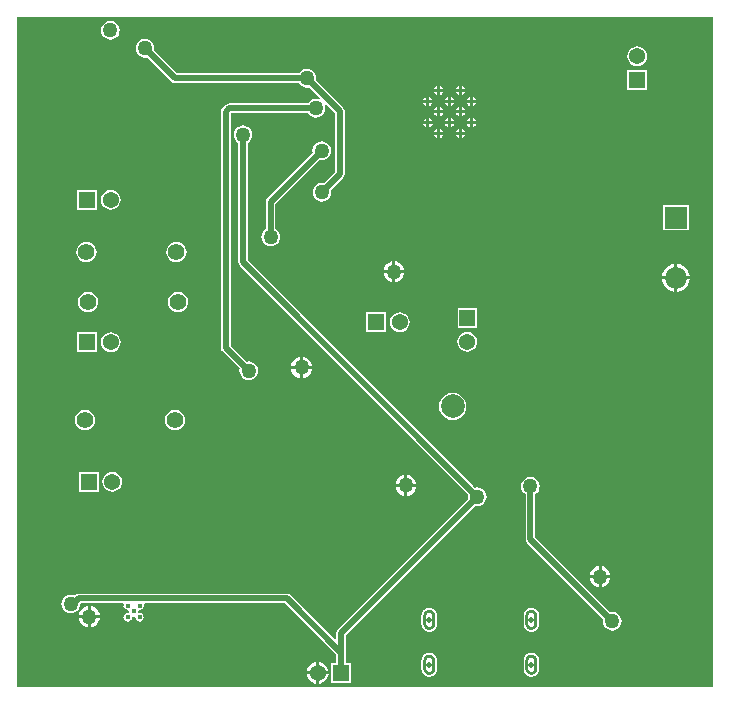
<source format=gbl>
G04*
G04 #@! TF.GenerationSoftware,Altium Limited,Altium Designer,20.1.14 (287)*
G04*
G04 Layer_Physical_Order=2*
G04 Layer_Color=16711680*
%FSLAX25Y25*%
%MOIN*%
G70*
G04*
G04 #@! TF.SameCoordinates,9BBB710E-F05C-4809-8D11-837B32203116*
G04*
G04*
G04 #@! TF.FilePolarity,Positive*
G04*
G01*
G75*
%ADD64C,0.01968*%
%ADD66C,0.07284*%
%ADD67R,0.07284X0.07284*%
%ADD68R,0.05386X0.05386*%
%ADD69C,0.05386*%
%ADD70R,0.05386X0.05386*%
%ADD71C,0.05512*%
%ADD72C,0.01181*%
%ADD73C,0.01575*%
%ADD74C,0.01968*%
%ADD75C,0.07874*%
%ADD76C,0.05000*%
G36*
X253500Y2000D02*
X21500D01*
Y225500D01*
X253500D01*
Y2000D01*
D02*
G37*
%LPC*%
G36*
X52500Y224125D02*
X51691Y224019D01*
X50937Y223707D01*
X50290Y223210D01*
X49793Y222563D01*
X49481Y221809D01*
X49375Y221000D01*
X49481Y220191D01*
X49793Y219437D01*
X50290Y218790D01*
X50937Y218293D01*
X51691Y217981D01*
X52500Y217875D01*
X53309Y217981D01*
X54063Y218293D01*
X54710Y218790D01*
X55207Y219437D01*
X55519Y220191D01*
X55625Y221000D01*
X55519Y221809D01*
X55207Y222563D01*
X54710Y223210D01*
X54063Y223707D01*
X53309Y224019D01*
X52500Y224125D01*
D02*
G37*
G36*
X228100Y215594D02*
X227241Y215481D01*
X226440Y215149D01*
X225753Y214621D01*
X225225Y213934D01*
X224893Y213133D01*
X224780Y212274D01*
X224893Y211415D01*
X225225Y210614D01*
X225753Y209927D01*
X226440Y209399D01*
X227241Y209067D01*
X228100Y208954D01*
X228959Y209067D01*
X229760Y209399D01*
X230447Y209927D01*
X230975Y210614D01*
X231307Y211415D01*
X231420Y212274D01*
X231307Y213133D01*
X230975Y213934D01*
X230447Y214621D01*
X229760Y215149D01*
X228959Y215481D01*
X228100Y215594D01*
D02*
G37*
G36*
X169688Y202522D02*
Y201500D01*
X170710D01*
X170686Y201621D01*
X170334Y202147D01*
X169808Y202498D01*
X169688Y202522D01*
D02*
G37*
G36*
X168688D02*
X168567Y202498D01*
X168041Y202147D01*
X167690Y201621D01*
X167666Y201500D01*
X168688D01*
Y202522D01*
D02*
G37*
G36*
X162463D02*
Y201500D01*
X163486D01*
X163462Y201621D01*
X163110Y202147D01*
X162584Y202498D01*
X162463Y202522D01*
D02*
G37*
G36*
X161463D02*
X161343Y202498D01*
X160817Y202147D01*
X160465Y201621D01*
X160441Y201500D01*
X161463D01*
Y202522D01*
D02*
G37*
G36*
X231391Y207691D02*
X224809D01*
Y201109D01*
X231391D01*
Y207691D01*
D02*
G37*
G36*
X170710Y200500D02*
X169688D01*
Y199478D01*
X169808Y199502D01*
X170334Y199853D01*
X170686Y200379D01*
X170710Y200500D01*
D02*
G37*
G36*
X168688D02*
X167666D01*
X167690Y200379D01*
X168041Y199853D01*
X168567Y199502D01*
X168688Y199478D01*
Y200500D01*
D02*
G37*
G36*
X163486D02*
X162463D01*
Y199478D01*
X162584Y199502D01*
X163110Y199853D01*
X163462Y200379D01*
X163486Y200500D01*
D02*
G37*
G36*
X161463D02*
X160441D01*
X160465Y200379D01*
X160817Y199853D01*
X161343Y199502D01*
X161463Y199478D01*
Y200500D01*
D02*
G37*
G36*
X64000Y218125D02*
X63191Y218019D01*
X62437Y217706D01*
X61790Y217210D01*
X61294Y216563D01*
X60981Y215809D01*
X60875Y215000D01*
X60981Y214191D01*
X61294Y213437D01*
X61790Y212790D01*
X62437Y212294D01*
X63191Y211981D01*
X64000Y211875D01*
X64745Y211973D01*
X72859Y203859D01*
X73383Y203509D01*
X74000Y203386D01*
X115333D01*
X115790Y202790D01*
X116437Y202293D01*
X117191Y201981D01*
X118000Y201875D01*
X118745Y201973D01*
X122405Y198313D01*
X122122Y197889D01*
X121809Y198019D01*
X121000Y198125D01*
X120191Y198019D01*
X119437Y197706D01*
X118790Y197210D01*
X118333Y196614D01*
X92153D01*
X91536Y196491D01*
X91012Y196141D01*
X89859Y194988D01*
X89509Y194464D01*
X89386Y193847D01*
Y115100D01*
X89509Y114482D01*
X89859Y113959D01*
X95573Y108245D01*
X95475Y107500D01*
X95581Y106691D01*
X95894Y105937D01*
X96390Y105290D01*
X97037Y104794D01*
X97791Y104481D01*
X98600Y104375D01*
X99409Y104481D01*
X100163Y104794D01*
X100810Y105290D01*
X101306Y105937D01*
X101619Y106691D01*
X101725Y107500D01*
X101619Y108309D01*
X101306Y109063D01*
X100810Y109710D01*
X100163Y110206D01*
X99409Y110519D01*
X98600Y110625D01*
X97855Y110527D01*
X92614Y115768D01*
Y193178D01*
X92822Y193386D01*
X118333D01*
X118790Y192790D01*
X119437Y192294D01*
X120191Y191981D01*
X121000Y191875D01*
X121809Y191981D01*
X122563Y192294D01*
X123210Y192790D01*
X123706Y193437D01*
X124019Y194191D01*
X124125Y195000D01*
X124019Y195809D01*
X123889Y196122D01*
X124313Y196405D01*
X127386Y193332D01*
Y173668D01*
X123745Y170027D01*
X123000Y170125D01*
X122191Y170019D01*
X121437Y169706D01*
X120790Y169210D01*
X120293Y168563D01*
X119981Y167809D01*
X119875Y167000D01*
X119981Y166191D01*
X120293Y165437D01*
X120790Y164790D01*
X121437Y164294D01*
X122191Y163981D01*
X123000Y163875D01*
X123809Y163981D01*
X124563Y164294D01*
X125210Y164790D01*
X125707Y165437D01*
X126019Y166191D01*
X126125Y167000D01*
X126027Y167745D01*
X130141Y171859D01*
X130491Y172382D01*
X130614Y173000D01*
Y194000D01*
X130491Y194617D01*
X130141Y195141D01*
X121027Y204255D01*
X121125Y205000D01*
X121019Y205809D01*
X120706Y206563D01*
X120210Y207210D01*
X119563Y207706D01*
X118809Y208019D01*
X118000Y208125D01*
X117191Y208019D01*
X116437Y207706D01*
X115790Y207210D01*
X115333Y206614D01*
X74668D01*
X67027Y214255D01*
X67125Y215000D01*
X67019Y215809D01*
X66707Y216563D01*
X66210Y217210D01*
X65563Y217706D01*
X64809Y218019D01*
X64000Y218125D01*
D02*
G37*
G36*
X173300Y198910D02*
Y197888D01*
X174322D01*
X174298Y198008D01*
X173947Y198535D01*
X173421Y198886D01*
X173300Y198910D01*
D02*
G37*
G36*
X172300D02*
X172179Y198886D01*
X171653Y198535D01*
X171302Y198008D01*
X171278Y197888D01*
X172300D01*
Y198910D01*
D02*
G37*
G36*
X166076D02*
Y197888D01*
X167098D01*
X167074Y198008D01*
X166722Y198535D01*
X166196Y198886D01*
X166076Y198910D01*
D02*
G37*
G36*
X165076D02*
X164955Y198886D01*
X164429Y198535D01*
X164077Y198008D01*
X164053Y197888D01*
X165076D01*
Y198910D01*
D02*
G37*
G36*
X158851D02*
Y197888D01*
X159873D01*
X159849Y198008D01*
X159498Y198535D01*
X158972Y198886D01*
X158851Y198910D01*
D02*
G37*
G36*
X157851D02*
X157731Y198886D01*
X157204Y198535D01*
X156853Y198008D01*
X156829Y197888D01*
X157851D01*
Y198910D01*
D02*
G37*
G36*
X174322Y196888D02*
X173300D01*
Y195866D01*
X173421Y195889D01*
X173947Y196241D01*
X174298Y196767D01*
X174322Y196888D01*
D02*
G37*
G36*
X172300D02*
X171278D01*
X171302Y196767D01*
X171653Y196241D01*
X172179Y195889D01*
X172300Y195866D01*
Y196888D01*
D02*
G37*
G36*
X167098D02*
X166076D01*
Y195866D01*
X166196Y195889D01*
X166722Y196241D01*
X167074Y196767D01*
X167098Y196888D01*
D02*
G37*
G36*
X165076D02*
X164053D01*
X164077Y196767D01*
X164429Y196241D01*
X164955Y195889D01*
X165076Y195866D01*
Y196888D01*
D02*
G37*
G36*
X159873D02*
X158851D01*
Y195866D01*
X158972Y195889D01*
X159498Y196241D01*
X159849Y196767D01*
X159873Y196888D01*
D02*
G37*
G36*
X157851D02*
X156829D01*
X156853Y196767D01*
X157204Y196241D01*
X157731Y195889D01*
X157851Y195866D01*
Y196888D01*
D02*
G37*
G36*
X169688Y195298D02*
Y194276D01*
X170710D01*
X170686Y194396D01*
X170334Y194922D01*
X169808Y195274D01*
X169688Y195298D01*
D02*
G37*
G36*
X168688D02*
X168567Y195274D01*
X168041Y194922D01*
X167690Y194396D01*
X167666Y194276D01*
X168688D01*
Y195298D01*
D02*
G37*
G36*
X162463D02*
Y194276D01*
X163486D01*
X163462Y194396D01*
X163110Y194922D01*
X162584Y195274D01*
X162463Y195298D01*
D02*
G37*
G36*
X161463D02*
X161343Y195274D01*
X160817Y194922D01*
X160465Y194396D01*
X160441Y194276D01*
X161463D01*
Y195298D01*
D02*
G37*
G36*
X170710Y193276D02*
X169688D01*
Y192253D01*
X169808Y192277D01*
X170334Y192629D01*
X170686Y193155D01*
X170710Y193276D01*
D02*
G37*
G36*
X168688D02*
X167666D01*
X167690Y193155D01*
X168041Y192629D01*
X168567Y192277D01*
X168688Y192253D01*
Y193276D01*
D02*
G37*
G36*
X163486D02*
X162463D01*
Y192253D01*
X162584Y192277D01*
X163110Y192629D01*
X163462Y193155D01*
X163486Y193276D01*
D02*
G37*
G36*
X161463D02*
X160441D01*
X160465Y193155D01*
X160817Y192629D01*
X161343Y192277D01*
X161463Y192253D01*
Y193276D01*
D02*
G37*
G36*
X173300Y191686D02*
Y190663D01*
X174322D01*
X174298Y190784D01*
X173947Y191310D01*
X173421Y191662D01*
X173300Y191686D01*
D02*
G37*
G36*
X172300D02*
X172179Y191662D01*
X171653Y191310D01*
X171302Y190784D01*
X171278Y190663D01*
X172300D01*
Y191686D01*
D02*
G37*
G36*
X166076D02*
Y190663D01*
X167098D01*
X167074Y190784D01*
X166722Y191310D01*
X166196Y191662D01*
X166076Y191686D01*
D02*
G37*
G36*
X165076D02*
X164955Y191662D01*
X164429Y191310D01*
X164077Y190784D01*
X164053Y190663D01*
X165076D01*
Y191686D01*
D02*
G37*
G36*
X158851D02*
Y190663D01*
X159873D01*
X159849Y190784D01*
X159498Y191310D01*
X158972Y191662D01*
X158851Y191686D01*
D02*
G37*
G36*
X157851D02*
X157731Y191662D01*
X157204Y191310D01*
X156853Y190784D01*
X156829Y190663D01*
X157851D01*
Y191686D01*
D02*
G37*
G36*
X174322Y189663D02*
X173300D01*
Y188641D01*
X173421Y188665D01*
X173947Y189017D01*
X174298Y189543D01*
X174322Y189663D01*
D02*
G37*
G36*
X172300D02*
X171278D01*
X171302Y189543D01*
X171653Y189017D01*
X172179Y188665D01*
X172300Y188641D01*
Y189663D01*
D02*
G37*
G36*
X167098D02*
X166076D01*
Y188641D01*
X166196Y188665D01*
X166722Y189017D01*
X167074Y189543D01*
X167098Y189663D01*
D02*
G37*
G36*
X165076D02*
X164053D01*
X164077Y189543D01*
X164429Y189017D01*
X164955Y188665D01*
X165076Y188641D01*
Y189663D01*
D02*
G37*
G36*
X159873D02*
X158851D01*
Y188641D01*
X158972Y188665D01*
X159498Y189017D01*
X159849Y189543D01*
X159873Y189663D01*
D02*
G37*
G36*
X157851D02*
X156829D01*
X156853Y189543D01*
X157204Y189017D01*
X157731Y188665D01*
X157851Y188641D01*
Y189663D01*
D02*
G37*
G36*
X169688Y188073D02*
Y187051D01*
X170710D01*
X170686Y187172D01*
X170334Y187698D01*
X169808Y188049D01*
X169688Y188073D01*
D02*
G37*
G36*
X168688D02*
X168567Y188049D01*
X168041Y187698D01*
X167690Y187172D01*
X167666Y187051D01*
X168688D01*
Y188073D01*
D02*
G37*
G36*
X162463D02*
Y187051D01*
X163486D01*
X163462Y187172D01*
X163110Y187698D01*
X162584Y188049D01*
X162463Y188073D01*
D02*
G37*
G36*
X161463D02*
X161343Y188049D01*
X160817Y187698D01*
X160465Y187172D01*
X160441Y187051D01*
X161463D01*
Y188073D01*
D02*
G37*
G36*
X170710Y186051D02*
X169688D01*
Y185029D01*
X169808Y185053D01*
X170334Y185405D01*
X170686Y185931D01*
X170710Y186051D01*
D02*
G37*
G36*
X168688D02*
X167666D01*
X167690Y185931D01*
X168041Y185405D01*
X168567Y185053D01*
X168688Y185029D01*
Y186051D01*
D02*
G37*
G36*
X163486D02*
X162463D01*
Y185029D01*
X162584Y185053D01*
X163110Y185405D01*
X163462Y185931D01*
X163486Y186051D01*
D02*
G37*
G36*
X161463D02*
X160441D01*
X160465Y185931D01*
X160817Y185405D01*
X161343Y185053D01*
X161463Y185029D01*
Y186051D01*
D02*
G37*
G36*
X122900Y183925D02*
X122091Y183819D01*
X121337Y183507D01*
X120690Y183010D01*
X120194Y182363D01*
X119881Y181609D01*
X119775Y180800D01*
X119873Y180055D01*
X104775Y164957D01*
X104425Y164433D01*
X104302Y163816D01*
Y154767D01*
X103706Y154310D01*
X103209Y153663D01*
X102897Y152909D01*
X102791Y152100D01*
X102897Y151291D01*
X103209Y150537D01*
X103706Y149890D01*
X104353Y149393D01*
X105107Y149081D01*
X105916Y148975D01*
X106725Y149081D01*
X107478Y149393D01*
X108126Y149890D01*
X108622Y150537D01*
X108934Y151291D01*
X109041Y152100D01*
X108934Y152909D01*
X108622Y153663D01*
X108126Y154310D01*
X107529Y154767D01*
Y163147D01*
X122155Y177773D01*
X122900Y177675D01*
X123709Y177781D01*
X124463Y178094D01*
X125110Y178590D01*
X125607Y179237D01*
X125919Y179991D01*
X126025Y180800D01*
X125919Y181609D01*
X125607Y182363D01*
X125110Y183010D01*
X124463Y183507D01*
X123709Y183819D01*
X122900Y183925D01*
D02*
G37*
G36*
X48054Y167757D02*
X41472D01*
Y161174D01*
X48054D01*
Y167757D01*
D02*
G37*
G36*
X52637Y167785D02*
X51778Y167672D01*
X50977Y167340D01*
X50290Y166813D01*
X49762Y166125D01*
X49430Y165325D01*
X49317Y164465D01*
X49430Y163606D01*
X49762Y162805D01*
X50290Y162118D01*
X50977Y161590D01*
X51778Y161259D01*
X52637Y161146D01*
X53496Y161259D01*
X54297Y161590D01*
X54984Y162118D01*
X55512Y162805D01*
X55844Y163606D01*
X55957Y164465D01*
X55844Y165325D01*
X55512Y166125D01*
X54984Y166813D01*
X54297Y167340D01*
X53496Y167672D01*
X52637Y167785D01*
D02*
G37*
G36*
X245240Y162740D02*
X236760D01*
Y154260D01*
X245240D01*
Y162740D01*
D02*
G37*
G36*
X74500Y150383D02*
X73624Y150268D01*
X72808Y149930D01*
X72108Y149392D01*
X71570Y148692D01*
X71232Y147876D01*
X71117Y147000D01*
X71232Y146124D01*
X71570Y145308D01*
X72108Y144608D01*
X72808Y144070D01*
X73624Y143732D01*
X74500Y143617D01*
X75376Y143732D01*
X76192Y144070D01*
X76892Y144608D01*
X77430Y145308D01*
X77768Y146124D01*
X77883Y147000D01*
X77768Y147876D01*
X77430Y148692D01*
X76892Y149392D01*
X76192Y149930D01*
X75376Y150268D01*
X74500Y150383D01*
D02*
G37*
G36*
X44500D02*
X43624Y150268D01*
X42808Y149930D01*
X42108Y149392D01*
X41570Y148692D01*
X41232Y147876D01*
X41117Y147000D01*
X41232Y146124D01*
X41570Y145308D01*
X42108Y144608D01*
X42808Y144070D01*
X43624Y143732D01*
X44500Y143617D01*
X45376Y143732D01*
X46192Y144070D01*
X46892Y144608D01*
X47430Y145308D01*
X47768Y146124D01*
X47883Y147000D01*
X47768Y147876D01*
X47430Y148692D01*
X46892Y149392D01*
X46192Y149930D01*
X45376Y150268D01*
X44500Y150383D01*
D02*
G37*
G36*
X147513Y143964D02*
Y141000D01*
X150477D01*
X150423Y141414D01*
X150070Y142265D01*
X149509Y142996D01*
X148778Y143557D01*
X147926Y143910D01*
X147513Y143964D01*
D02*
G37*
G36*
X146513D02*
X146099Y143910D01*
X145247Y143557D01*
X144516Y142996D01*
X143955Y142265D01*
X143603Y141414D01*
X143548Y141000D01*
X146513D01*
Y143964D01*
D02*
G37*
G36*
X241500Y143116D02*
Y139000D01*
X245616D01*
X245522Y139712D01*
X245055Y140841D01*
X244310Y141811D01*
X243341Y142554D01*
X242212Y143022D01*
X241500Y143116D01*
D02*
G37*
G36*
X240500D02*
X239788Y143022D01*
X238659Y142554D01*
X237689Y141811D01*
X236946Y140841D01*
X236478Y139712D01*
X236384Y139000D01*
X240500D01*
Y143116D01*
D02*
G37*
G36*
X150477Y140000D02*
X147513D01*
Y137036D01*
X147926Y137090D01*
X148778Y137443D01*
X149509Y138004D01*
X150070Y138735D01*
X150423Y139586D01*
X150477Y140000D01*
D02*
G37*
G36*
X146513D02*
X143548D01*
X143603Y139586D01*
X143955Y138735D01*
X144516Y138004D01*
X145247Y137443D01*
X146099Y137090D01*
X146513Y137036D01*
Y140000D01*
D02*
G37*
G36*
X245616Y138000D02*
X241500D01*
Y133884D01*
X242212Y133978D01*
X243341Y134446D01*
X244310Y135189D01*
X245055Y136159D01*
X245522Y137288D01*
X245616Y138000D01*
D02*
G37*
G36*
X240500D02*
X236384D01*
X236478Y137288D01*
X236946Y136159D01*
X237689Y135189D01*
X238659Y134446D01*
X239788Y133978D01*
X240500Y133884D01*
Y138000D01*
D02*
G37*
G36*
X75000Y133883D02*
X74124Y133768D01*
X73308Y133430D01*
X72608Y132892D01*
X72070Y132192D01*
X71732Y131376D01*
X71617Y130500D01*
X71732Y129624D01*
X72070Y128808D01*
X72608Y128108D01*
X73308Y127570D01*
X74124Y127232D01*
X75000Y127117D01*
X75876Y127232D01*
X76692Y127570D01*
X77392Y128108D01*
X77930Y128808D01*
X78268Y129624D01*
X78383Y130500D01*
X78268Y131376D01*
X77930Y132192D01*
X77392Y132892D01*
X76692Y133430D01*
X75876Y133768D01*
X75000Y133883D01*
D02*
G37*
G36*
X45000D02*
X44124Y133768D01*
X43308Y133430D01*
X42608Y132892D01*
X42070Y132192D01*
X41732Y131376D01*
X41617Y130500D01*
X41732Y129624D01*
X42070Y128808D01*
X42608Y128108D01*
X43308Y127570D01*
X44124Y127232D01*
X45000Y127117D01*
X45876Y127232D01*
X46692Y127570D01*
X47392Y128108D01*
X47930Y128808D01*
X48268Y129624D01*
X48383Y130500D01*
X48268Y131376D01*
X47930Y132192D01*
X47392Y132892D01*
X46692Y133430D01*
X45876Y133768D01*
X45000Y133883D01*
D02*
G37*
G36*
X174791Y128291D02*
X168209D01*
Y121709D01*
X174791D01*
Y128291D01*
D02*
G37*
G36*
X144354Y126957D02*
X137772D01*
Y120374D01*
X144354D01*
Y126957D01*
D02*
G37*
G36*
X148937Y126985D02*
X148078Y126872D01*
X147277Y126540D01*
X146590Y126013D01*
X146062Y125325D01*
X145730Y124525D01*
X145617Y123665D01*
X145730Y122806D01*
X146062Y122005D01*
X146590Y121318D01*
X147277Y120790D01*
X148078Y120459D01*
X148937Y120346D01*
X149796Y120459D01*
X150597Y120790D01*
X151284Y121318D01*
X151812Y122005D01*
X152144Y122806D01*
X152257Y123665D01*
X152144Y124525D01*
X151812Y125325D01*
X151284Y126013D01*
X150597Y126540D01*
X149796Y126872D01*
X148937Y126985D01*
D02*
G37*
G36*
X171500Y120446D02*
X170641Y120333D01*
X169840Y120001D01*
X169153Y119473D01*
X168625Y118786D01*
X168293Y117985D01*
X168180Y117126D01*
X168293Y116267D01*
X168625Y115466D01*
X169153Y114779D01*
X169840Y114251D01*
X170641Y113919D01*
X171500Y113806D01*
X172359Y113919D01*
X173160Y114251D01*
X173847Y114779D01*
X174375Y115466D01*
X174707Y116267D01*
X174820Y117126D01*
X174707Y117985D01*
X174375Y118786D01*
X173847Y119473D01*
X173160Y120001D01*
X172359Y120333D01*
X171500Y120446D01*
D02*
G37*
G36*
X48054Y120257D02*
X41472D01*
Y113674D01*
X48054D01*
Y120257D01*
D02*
G37*
G36*
X52637Y120285D02*
X51778Y120172D01*
X50977Y119840D01*
X50290Y119313D01*
X49762Y118625D01*
X49430Y117825D01*
X49317Y116965D01*
X49430Y116106D01*
X49762Y115305D01*
X50290Y114618D01*
X50977Y114090D01*
X51778Y113759D01*
X52637Y113646D01*
X53496Y113759D01*
X54297Y114090D01*
X54984Y114618D01*
X55512Y115305D01*
X55844Y116106D01*
X55957Y116965D01*
X55844Y117825D01*
X55512Y118625D01*
X54984Y119313D01*
X54297Y119840D01*
X53496Y120172D01*
X52637Y120285D01*
D02*
G37*
G36*
X116700Y112064D02*
Y109100D01*
X119664D01*
X119610Y109514D01*
X119257Y110365D01*
X118696Y111096D01*
X117965Y111657D01*
X117114Y112010D01*
X116700Y112064D01*
D02*
G37*
G36*
X115700D02*
X115286Y112010D01*
X114435Y111657D01*
X113704Y111096D01*
X113143Y110365D01*
X112790Y109514D01*
X112736Y109100D01*
X115700D01*
Y112064D01*
D02*
G37*
G36*
X119664Y108100D02*
X116700D01*
Y105136D01*
X117114Y105190D01*
X117965Y105543D01*
X118696Y106104D01*
X119257Y106835D01*
X119610Y107686D01*
X119664Y108100D01*
D02*
G37*
G36*
X115700D02*
X112736D01*
X112790Y107686D01*
X113143Y106835D01*
X113704Y106104D01*
X114435Y105543D01*
X115286Y105190D01*
X115700Y105136D01*
Y108100D01*
D02*
G37*
G36*
X166600Y100175D02*
X165416Y100019D01*
X164313Y99562D01*
X163365Y98835D01*
X162638Y97887D01*
X162181Y96784D01*
X162025Y95600D01*
X162181Y94416D01*
X162638Y93313D01*
X163365Y92365D01*
X164313Y91638D01*
X165416Y91181D01*
X166600Y91025D01*
X167784Y91181D01*
X168887Y91638D01*
X169835Y92365D01*
X170562Y93313D01*
X171019Y94416D01*
X171175Y95600D01*
X171019Y96784D01*
X170562Y97887D01*
X169835Y98835D01*
X168887Y99562D01*
X167784Y100019D01*
X166600Y100175D01*
D02*
G37*
G36*
X74000Y94383D02*
X73124Y94268D01*
X72308Y93930D01*
X71608Y93392D01*
X71070Y92692D01*
X70732Y91876D01*
X70617Y91000D01*
X70732Y90124D01*
X71070Y89308D01*
X71608Y88608D01*
X72308Y88070D01*
X73124Y87732D01*
X74000Y87617D01*
X74876Y87732D01*
X75692Y88070D01*
X76392Y88608D01*
X76930Y89308D01*
X77268Y90124D01*
X77383Y91000D01*
X77268Y91876D01*
X76930Y92692D01*
X76392Y93392D01*
X75692Y93930D01*
X74876Y94268D01*
X74000Y94383D01*
D02*
G37*
G36*
X44000D02*
X43124Y94268D01*
X42308Y93930D01*
X41608Y93392D01*
X41070Y92692D01*
X40732Y91876D01*
X40617Y91000D01*
X40732Y90124D01*
X41070Y89308D01*
X41608Y88608D01*
X42308Y88070D01*
X43124Y87732D01*
X44000Y87617D01*
X44876Y87732D01*
X45692Y88070D01*
X46392Y88608D01*
X46930Y89308D01*
X47268Y90124D01*
X47383Y91000D01*
X47268Y91876D01*
X46930Y92692D01*
X46392Y93392D01*
X45692Y93930D01*
X44876Y94268D01*
X44000Y94383D01*
D02*
G37*
G36*
X151500Y72717D02*
Y69753D01*
X154464D01*
X154410Y70166D01*
X154057Y71018D01*
X153496Y71749D01*
X152765Y72310D01*
X151914Y72663D01*
X151500Y72717D01*
D02*
G37*
G36*
X150500D02*
X150086Y72663D01*
X149235Y72310D01*
X148504Y71749D01*
X147943Y71018D01*
X147590Y70166D01*
X147536Y69753D01*
X150500D01*
Y72717D01*
D02*
G37*
G36*
X48554Y73757D02*
X41972D01*
Y67174D01*
X48554D01*
Y73757D01*
D02*
G37*
G36*
X53137Y73785D02*
X52278Y73672D01*
X51477Y73340D01*
X50790Y72813D01*
X50262Y72125D01*
X49930Y71325D01*
X49817Y70465D01*
X49930Y69606D01*
X50262Y68805D01*
X50790Y68118D01*
X51477Y67590D01*
X52278Y67259D01*
X53137Y67146D01*
X53996Y67259D01*
X54797Y67590D01*
X55484Y68118D01*
X56012Y68805D01*
X56344Y69606D01*
X56457Y70465D01*
X56344Y71325D01*
X56012Y72125D01*
X55484Y72813D01*
X54797Y73340D01*
X53996Y73672D01*
X53137Y73785D01*
D02*
G37*
G36*
X154464Y68753D02*
X151500D01*
Y65788D01*
X151914Y65843D01*
X152765Y66195D01*
X153496Y66756D01*
X154057Y67488D01*
X154410Y68339D01*
X154464Y68753D01*
D02*
G37*
G36*
X150500D02*
X147536D01*
X147590Y68339D01*
X147943Y67488D01*
X148504Y66756D01*
X149235Y66195D01*
X150086Y65843D01*
X150500Y65788D01*
Y68753D01*
D02*
G37*
G36*
X96700Y189325D02*
X95891Y189219D01*
X95137Y188907D01*
X94490Y188410D01*
X93994Y187763D01*
X93681Y187009D01*
X93575Y186200D01*
X93681Y185391D01*
X93994Y184637D01*
X94490Y183990D01*
X95086Y183533D01*
Y143600D01*
X95209Y142982D01*
X95559Y142459D01*
X171773Y66245D01*
X171675Y65500D01*
X171773Y64755D01*
X128296Y21278D01*
X127946Y20755D01*
X127823Y20137D01*
Y18096D01*
X127361Y17905D01*
X112534Y32732D01*
X112011Y33082D01*
X111393Y33205D01*
X41956D01*
X41339Y33082D01*
X40815Y32732D01*
X40602Y32519D01*
X40073Y32738D01*
X39265Y32845D01*
X38456Y32738D01*
X37702Y32426D01*
X37055Y31929D01*
X36558Y31282D01*
X36246Y30529D01*
X36139Y29720D01*
X36246Y28911D01*
X36558Y28157D01*
X37055Y27510D01*
X37702Y27013D01*
X38456Y26701D01*
X39265Y26594D01*
X40073Y26701D01*
X40827Y27013D01*
X41474Y27510D01*
X41971Y28157D01*
X42283Y28911D01*
X42390Y29720D01*
X42783Y29978D01*
X56549D01*
X56903Y29478D01*
X56852Y29220D01*
X56959Y28679D01*
X57265Y28221D01*
X57724Y27914D01*
X58265Y27807D01*
X58427Y27839D01*
X58852Y27414D01*
X58820Y27251D01*
X58852Y27088D01*
X58427Y26663D01*
X58265Y26696D01*
X57724Y26588D01*
X57265Y26282D01*
X56959Y25823D01*
X56852Y25283D01*
X56959Y24742D01*
X57265Y24284D01*
X57724Y23977D01*
X58265Y23870D01*
X58805Y23977D01*
X59264Y24284D01*
X59570Y24742D01*
X59677Y25283D01*
X59661Y25365D01*
X59999Y25747D01*
X60467D01*
X60805Y25365D01*
X60789Y25283D01*
X60896Y24742D01*
X61202Y24284D01*
X61661Y23977D01*
X62202Y23870D01*
X62742Y23977D01*
X63201Y24284D01*
X63507Y24742D01*
X63614Y25283D01*
X63507Y25823D01*
X63201Y26282D01*
X62742Y26588D01*
X62202Y26696D01*
X62039Y26663D01*
X61614Y27088D01*
X61646Y27251D01*
X61614Y27414D01*
X62039Y27839D01*
X62202Y27807D01*
X62742Y27914D01*
X63201Y28221D01*
X63507Y28679D01*
X63614Y29220D01*
X63563Y29478D01*
X63917Y29978D01*
X110724D01*
X127823Y12879D01*
Y10126D01*
X126146D01*
Y3543D01*
X132728D01*
Y10126D01*
X131051D01*
Y13547D01*
Y19469D01*
X174055Y62473D01*
X174800Y62375D01*
X175609Y62481D01*
X176363Y62793D01*
X177010Y63290D01*
X177506Y63937D01*
X177819Y64691D01*
X177925Y65500D01*
X177819Y66309D01*
X177506Y67063D01*
X177010Y67710D01*
X176363Y68207D01*
X175609Y68519D01*
X174800Y68625D01*
X174055Y68527D01*
X98314Y144268D01*
Y183533D01*
X98910Y183990D01*
X99406Y184637D01*
X99719Y185391D01*
X99825Y186200D01*
X99719Y187009D01*
X99406Y187763D01*
X98910Y188410D01*
X98263Y188907D01*
X97509Y189219D01*
X96700Y189325D01*
D02*
G37*
G36*
X216200Y42364D02*
Y39400D01*
X219164D01*
X219110Y39814D01*
X218757Y40665D01*
X218196Y41396D01*
X217465Y41957D01*
X216614Y42310D01*
X216200Y42364D01*
D02*
G37*
G36*
X215200D02*
X214786Y42310D01*
X213935Y41957D01*
X213204Y41396D01*
X212643Y40665D01*
X212290Y39814D01*
X212236Y39400D01*
X215200D01*
Y42364D01*
D02*
G37*
G36*
X219164Y38400D02*
X216200D01*
Y35436D01*
X216614Y35490D01*
X217465Y35843D01*
X218196Y36404D01*
X218757Y37135D01*
X219110Y37986D01*
X219164Y38400D01*
D02*
G37*
G36*
X215200D02*
X212236D01*
X212290Y37986D01*
X212643Y37135D01*
X213204Y36404D01*
X213935Y35843D01*
X214786Y35490D01*
X215200Y35436D01*
Y38400D01*
D02*
G37*
G36*
X158817Y28455D02*
X158800Y28448D01*
X158783Y28455D01*
X158680Y28452D01*
X158663Y28444D01*
X158646Y28450D01*
X158543Y28442D01*
X158527Y28434D01*
X158510Y28438D01*
X158407Y28425D01*
X158392Y28416D01*
X158374Y28420D01*
X158273Y28401D01*
X158257Y28391D01*
X158239Y28394D01*
X158139Y28370D01*
X158125Y28359D01*
X158107Y28361D01*
X158008Y28332D01*
X157994Y28320D01*
X157975Y28321D01*
X157878Y28287D01*
X157865Y28275D01*
X157847D01*
X157752Y28235D01*
X157739Y28223D01*
X157720Y28221D01*
X157627Y28177D01*
X157615Y28164D01*
X157597Y28162D01*
X157507Y28113D01*
X157495Y28098D01*
X157477Y28096D01*
X157389Y28042D01*
X157379Y28027D01*
X157361Y28023D01*
X157276Y27965D01*
X157266Y27950D01*
X157249Y27945D01*
X157167Y27882D01*
X157158Y27867D01*
X157141Y27861D01*
X157062Y27794D01*
X157054Y27778D01*
X157037Y27771D01*
X156962Y27700D01*
X156955Y27684D01*
X156938Y27676D01*
X156867Y27602D01*
X156861Y27585D01*
X156845Y27576D01*
X156778Y27498D01*
X156772Y27481D01*
X156756Y27472D01*
X156694Y27390D01*
X156689Y27372D01*
X156674Y27362D01*
X156615Y27278D01*
X156612Y27260D01*
X156597Y27249D01*
X156543Y27161D01*
X156540Y27143D01*
X156526Y27132D01*
X156477Y27041D01*
X156475Y27023D01*
X156461Y27011D01*
X156417Y26918D01*
X156416Y26900D01*
X156403Y26887D01*
X156364Y26792D01*
Y26774D01*
X156352Y26760D01*
X156317Y26663D01*
X156318Y26645D01*
X156307Y26631D01*
X156278Y26532D01*
X156279Y26514D01*
X156269Y26499D01*
X156245Y26399D01*
X156247Y26381D01*
X156238Y26366D01*
X156219Y26265D01*
X156223Y26247D01*
X156213Y26231D01*
X156200Y26129D01*
X156205Y26111D01*
X156196Y26095D01*
X156188Y25993D01*
X156194Y25975D01*
X156187Y25959D01*
X156184Y25855D01*
X156187Y25847D01*
X156184Y25839D01*
Y23083D01*
X156187Y23074D01*
X156184Y23066D01*
X156187Y22963D01*
X156194Y22946D01*
X156188Y22929D01*
X156196Y22826D01*
X156205Y22810D01*
X156200Y22792D01*
X156213Y22690D01*
X156223Y22674D01*
X156219Y22657D01*
X156238Y22555D01*
X156247Y22540D01*
X156245Y22522D01*
X156269Y22422D01*
X156279Y22407D01*
X156278Y22389D01*
X156307Y22290D01*
X156318Y22276D01*
X156317Y22258D01*
X156352Y22161D01*
X156364Y22148D01*
Y22129D01*
X156403Y22034D01*
X156416Y22021D01*
X156417Y22003D01*
X156461Y21910D01*
X156475Y21898D01*
X156477Y21880D01*
X156526Y21789D01*
X156540Y21778D01*
X156543Y21760D01*
X156597Y21672D01*
X156612Y21661D01*
X156615Y21644D01*
X156674Y21559D01*
X156689Y21549D01*
X156694Y21531D01*
X156756Y21450D01*
X156772Y21441D01*
X156778Y21423D01*
X156845Y21345D01*
X156861Y21337D01*
X156867Y21320D01*
X156938Y21245D01*
X156955Y21238D01*
X156962Y21221D01*
X157037Y21150D01*
X157054Y21143D01*
X157062Y21127D01*
X157141Y21060D01*
X157158Y21055D01*
X157167Y21039D01*
X157249Y20976D01*
X157266Y20971D01*
X157276Y20956D01*
X157361Y20898D01*
X157379Y20894D01*
X157389Y20879D01*
X157477Y20826D01*
X157495Y20823D01*
X157507Y20809D01*
X157597Y20760D01*
X157615Y20758D01*
X157627Y20744D01*
X157720Y20700D01*
X157739Y20699D01*
X157752Y20686D01*
X157847Y20647D01*
X157865D01*
X157878Y20634D01*
X157975Y20600D01*
X157994Y20601D01*
X158008Y20589D01*
X158107Y20560D01*
X158125Y20562D01*
X158139Y20551D01*
X158239Y20527D01*
X158257Y20530D01*
X158273Y20520D01*
X158374Y20502D01*
X158392Y20505D01*
X158407Y20496D01*
X158510Y20483D01*
X158527Y20488D01*
X158543Y20479D01*
X158646Y20471D01*
X158663Y20477D01*
X158680Y20469D01*
X158783Y20467D01*
X158800Y20473D01*
X158817Y20467D01*
X158920Y20469D01*
X158937Y20477D01*
X158954Y20471D01*
X159057Y20479D01*
X159073Y20488D01*
X159090Y20483D01*
X159193Y20496D01*
X159208Y20505D01*
X159226Y20502D01*
X159327Y20520D01*
X159343Y20530D01*
X159361Y20527D01*
X159461Y20551D01*
X159475Y20562D01*
X159493Y20560D01*
X159592Y20589D01*
X159606Y20601D01*
X159625Y20600D01*
X159722Y20634D01*
X159735Y20647D01*
X159753D01*
X159848Y20686D01*
X159861Y20699D01*
X159880Y20700D01*
X159973Y20744D01*
X159985Y20758D01*
X160003Y20760D01*
X160093Y20809D01*
X160105Y20823D01*
X160123Y20826D01*
X160211Y20879D01*
X160221Y20894D01*
X160239Y20898D01*
X160324Y20956D01*
X160334Y20971D01*
X160351Y20976D01*
X160433Y21039D01*
X160442Y21055D01*
X160459Y21060D01*
X160538Y21127D01*
X160546Y21143D01*
X160563Y21150D01*
X160638Y21221D01*
X160645Y21238D01*
X160662Y21245D01*
X160733Y21320D01*
X160739Y21337D01*
X160755Y21345D01*
X160822Y21423D01*
X160828Y21441D01*
X160844Y21450D01*
X160906Y21531D01*
X160911Y21549D01*
X160926Y21559D01*
X160985Y21644D01*
X160988Y21661D01*
X161003Y21672D01*
X161057Y21760D01*
X161060Y21778D01*
X161074Y21789D01*
X161123Y21880D01*
X161125Y21898D01*
X161139Y21910D01*
X161183Y22003D01*
X161184Y22021D01*
X161197Y22034D01*
X161236Y22129D01*
Y22148D01*
X161248Y22161D01*
X161283Y22258D01*
X161282Y22276D01*
X161293Y22290D01*
X161322Y22389D01*
X161321Y22407D01*
X161331Y22422D01*
X161355Y22522D01*
X161353Y22540D01*
X161362Y22555D01*
X161381Y22657D01*
X161377Y22674D01*
X161386Y22690D01*
X161400Y22792D01*
X161395Y22810D01*
X161404Y22826D01*
X161412Y22929D01*
X161406Y22946D01*
X161413Y22963D01*
X161416Y23066D01*
X161413Y23074D01*
X161416Y23083D01*
Y24421D01*
X161408Y24441D01*
X161416Y24461D01*
Y25839D01*
X161413Y25847D01*
X161416Y25855D01*
X161413Y25959D01*
X161406Y25975D01*
X161412Y25992D01*
X161404Y26095D01*
X161395Y26111D01*
X161400Y26129D01*
X161386Y26231D01*
X161377Y26247D01*
X161381Y26265D01*
X161362Y26366D01*
X161353Y26381D01*
X161355Y26399D01*
X161331Y26499D01*
X161321Y26514D01*
X161322Y26532D01*
X161293Y26631D01*
X161282Y26645D01*
X161283Y26663D01*
X161248Y26760D01*
X161236Y26774D01*
Y26792D01*
X161197Y26887D01*
X161184Y26900D01*
X161183Y26918D01*
X161139Y27011D01*
X161125Y27023D01*
X161123Y27041D01*
X161074Y27132D01*
X161060Y27143D01*
X161057Y27161D01*
X161003Y27249D01*
X160988Y27260D01*
X160985Y27278D01*
X160926Y27362D01*
X160911Y27372D01*
X160906Y27390D01*
X160844Y27472D01*
X160828Y27481D01*
X160822Y27498D01*
X160755Y27576D01*
X160739Y27585D01*
X160733Y27602D01*
X160662Y27676D01*
X160645Y27684D01*
X160638Y27700D01*
X160563Y27771D01*
X160546Y27778D01*
X160538Y27794D01*
X160459Y27861D01*
X160442Y27867D01*
X160433Y27882D01*
X160351Y27945D01*
X160334Y27950D01*
X160324Y27965D01*
X160239Y28023D01*
X160221Y28027D01*
X160211Y28042D01*
X160123Y28096D01*
X160105Y28098D01*
X160093Y28113D01*
X160003Y28162D01*
X159985Y28164D01*
X159973Y28177D01*
X159880Y28221D01*
X159861Y28223D01*
X159848Y28235D01*
X159753Y28275D01*
X159735D01*
X159722Y28287D01*
X159625Y28321D01*
X159606Y28320D01*
X159592Y28332D01*
X159493Y28361D01*
X159475Y28359D01*
X159461Y28370D01*
X159361Y28394D01*
X159343Y28391D01*
X159327Y28401D01*
X159226Y28420D01*
X159208Y28416D01*
X159193Y28425D01*
X159090Y28438D01*
X159073Y28434D01*
X159057Y28442D01*
X158954Y28450D01*
X158937Y28444D01*
X158920Y28452D01*
X158817Y28455D01*
D02*
G37*
G36*
X192833D02*
X192816Y28448D01*
X192799Y28455D01*
X192696Y28452D01*
X192679Y28444D01*
X192662Y28450D01*
X192559Y28442D01*
X192543Y28434D01*
X192525Y28438D01*
X192423Y28425D01*
X192408Y28416D01*
X192390Y28420D01*
X192288Y28401D01*
X192273Y28391D01*
X192255Y28394D01*
X192155Y28370D01*
X192140Y28359D01*
X192122Y28361D01*
X192024Y28332D01*
X192009Y28320D01*
X191991Y28321D01*
X191894Y28287D01*
X191881Y28275D01*
X191862D01*
X191767Y28235D01*
X191754Y28223D01*
X191736Y28221D01*
X191643Y28177D01*
X191631Y28164D01*
X191613Y28162D01*
X191522Y28113D01*
X191511Y28098D01*
X191493Y28096D01*
X191405Y28042D01*
X191394Y28027D01*
X191377Y28023D01*
X191292Y27965D01*
X191282Y27950D01*
X191264Y27945D01*
X191183Y27882D01*
X191174Y27867D01*
X191156Y27861D01*
X191078Y27794D01*
X191070Y27778D01*
X191053Y27771D01*
X190978Y27700D01*
X190971Y27684D01*
X190954Y27676D01*
X190883Y27602D01*
X190876Y27585D01*
X190860Y27576D01*
X190793Y27498D01*
X190788Y27481D01*
X190772Y27472D01*
X190709Y27390D01*
X190705Y27372D01*
X190689Y27362D01*
X190631Y27278D01*
X190627Y27260D01*
X190612Y27249D01*
X190559Y27161D01*
X190556Y27143D01*
X190542Y27132D01*
X190493Y27041D01*
X190491Y27023D01*
X190477Y27011D01*
X190433Y26918D01*
X190432Y26900D01*
X190419Y26887D01*
X190380Y26792D01*
Y26774D01*
X190367Y26760D01*
X190333Y26663D01*
X190334Y26645D01*
X190322Y26631D01*
X190293Y26532D01*
X190295Y26514D01*
X190285Y26499D01*
X190260Y26399D01*
X190263Y26381D01*
X190253Y26366D01*
X190235Y26265D01*
X190238Y26247D01*
X190229Y26231D01*
X190216Y26129D01*
X190220Y26111D01*
X190212Y26095D01*
X190204Y25992D01*
X190210Y25975D01*
X190202Y25959D01*
X190200Y25855D01*
X190203Y25847D01*
X190199Y25839D01*
Y23083D01*
X190203Y23074D01*
X190200Y23066D01*
X190202Y22963D01*
X190210Y22946D01*
X190204Y22929D01*
X190212Y22826D01*
X190220Y22810D01*
X190216Y22792D01*
X190229Y22690D01*
X190238Y22674D01*
X190235Y22657D01*
X190253Y22555D01*
X190263Y22540D01*
X190260Y22522D01*
X190285Y22422D01*
X190295Y22407D01*
X190293Y22389D01*
X190322Y22290D01*
X190334Y22276D01*
X190333Y22258D01*
X190367Y22161D01*
X190380Y22148D01*
Y22129D01*
X190419Y22034D01*
X190432Y22021D01*
X190433Y22003D01*
X190477Y21910D01*
X190491Y21898D01*
X190493Y21880D01*
X190542Y21789D01*
X190556Y21778D01*
X190559Y21760D01*
X190612Y21672D01*
X190627Y21661D01*
X190631Y21644D01*
X190689Y21559D01*
X190705Y21549D01*
X190709Y21531D01*
X190772Y21450D01*
X190788Y21441D01*
X190793Y21423D01*
X190860Y21345D01*
X190876Y21337D01*
X190883Y21320D01*
X190954Y21245D01*
X190971Y21238D01*
X190978Y21221D01*
X191053Y21150D01*
X191070Y21143D01*
X191078Y21127D01*
X191156Y21060D01*
X191174Y21055D01*
X191183Y21039D01*
X191264Y20976D01*
X191282Y20971D01*
X191292Y20956D01*
X191377Y20898D01*
X191394Y20894D01*
X191405Y20879D01*
X191493Y20826D01*
X191511Y20823D01*
X191522Y20809D01*
X191613Y20760D01*
X191631Y20758D01*
X191643Y20744D01*
X191736Y20700D01*
X191754Y20699D01*
X191767Y20686D01*
X191862Y20647D01*
X191881D01*
X191894Y20634D01*
X191991Y20600D01*
X192009Y20601D01*
X192024Y20589D01*
X192122Y20560D01*
X192140Y20562D01*
X192155Y20551D01*
X192255Y20527D01*
X192273Y20530D01*
X192288Y20520D01*
X192390Y20502D01*
X192408Y20505D01*
X192423Y20496D01*
X192525Y20483D01*
X192543Y20488D01*
X192559Y20479D01*
X192662Y20471D01*
X192679Y20477D01*
X192696Y20469D01*
X192799Y20467D01*
X192816Y20473D01*
X192833Y20467D01*
X192936Y20469D01*
X192952Y20477D01*
X192970Y20471D01*
X193072Y20479D01*
X193088Y20488D01*
X193106Y20483D01*
X193208Y20496D01*
X193224Y20505D01*
X193242Y20502D01*
X193343Y20520D01*
X193358Y20530D01*
X193376Y20527D01*
X193476Y20551D01*
X193491Y20562D01*
X193509Y20560D01*
X193608Y20589D01*
X193622Y20601D01*
X193640Y20600D01*
X193737Y20634D01*
X193751Y20647D01*
X193769D01*
X193864Y20686D01*
X193877Y20699D01*
X193895Y20700D01*
X193988Y20744D01*
X194000Y20758D01*
X194018Y20760D01*
X194109Y20809D01*
X194121Y20823D01*
X194139Y20826D01*
X194226Y20879D01*
X194237Y20894D01*
X194255Y20898D01*
X194340Y20956D01*
X194350Y20971D01*
X194367Y20976D01*
X194449Y21039D01*
X194458Y21055D01*
X194475Y21060D01*
X194554Y21127D01*
X194562Y21143D01*
X194579Y21150D01*
X194653Y21221D01*
X194661Y21238D01*
X194678Y21245D01*
X194748Y21320D01*
X194755Y21337D01*
X194771Y21345D01*
X194838Y21423D01*
X194844Y21441D01*
X194859Y21450D01*
X194922Y21531D01*
X194927Y21549D01*
X194942Y21559D01*
X195001Y21644D01*
X195004Y21661D01*
X195019Y21672D01*
X195073Y21760D01*
X195076Y21778D01*
X195090Y21789D01*
X195139Y21880D01*
X195141Y21898D01*
X195154Y21910D01*
X195199Y22003D01*
X195200Y22021D01*
X195212Y22034D01*
X195252Y22129D01*
Y22148D01*
X195264Y22161D01*
X195299Y22258D01*
X195298Y22276D01*
X195309Y22290D01*
X195338Y22389D01*
X195336Y22407D01*
X195347Y22422D01*
X195371Y22522D01*
X195368Y22540D01*
X195378Y22555D01*
X195397Y22657D01*
X195393Y22674D01*
X195402Y22690D01*
X195416Y22792D01*
X195411Y22810D01*
X195419Y22826D01*
X195427Y22929D01*
X195422Y22946D01*
X195429Y22963D01*
X195432Y23066D01*
X195429Y23074D01*
X195432Y23083D01*
Y24421D01*
X195424Y24441D01*
X195432Y24461D01*
Y25839D01*
X195429Y25847D01*
X195432Y25855D01*
X195429Y25959D01*
X195422Y25975D01*
X195427Y25993D01*
X195419Y26095D01*
X195411Y26111D01*
X195416Y26129D01*
X195402Y26231D01*
X195393Y26247D01*
X195397Y26265D01*
X195378Y26366D01*
X195368Y26381D01*
X195371Y26399D01*
X195347Y26499D01*
X195336Y26514D01*
X195338Y26532D01*
X195309Y26631D01*
X195298Y26645D01*
X195299Y26663D01*
X195264Y26760D01*
X195252Y26774D01*
Y26792D01*
X195212Y26887D01*
X195200Y26900D01*
X195199Y26918D01*
X195154Y27011D01*
X195141Y27023D01*
X195139Y27041D01*
X195090Y27132D01*
X195076Y27143D01*
X195073Y27161D01*
X195019Y27249D01*
X195004Y27260D01*
X195001Y27278D01*
X194942Y27362D01*
X194927Y27372D01*
X194922Y27390D01*
X194859Y27472D01*
X194844Y27481D01*
X194838Y27498D01*
X194771Y27576D01*
X194755Y27585D01*
X194748Y27602D01*
X194678Y27676D01*
X194661Y27684D01*
X194653Y27700D01*
X194579Y27771D01*
X194562Y27778D01*
X194554Y27794D01*
X194475Y27861D01*
X194458Y27867D01*
X194449Y27882D01*
X194367Y27945D01*
X194350Y27950D01*
X194340Y27965D01*
X194255Y28023D01*
X194237Y28027D01*
X194226Y28042D01*
X194139Y28096D01*
X194121Y28098D01*
X194109Y28113D01*
X194018Y28162D01*
X194000Y28164D01*
X193988Y28177D01*
X193895Y28221D01*
X193877Y28223D01*
X193864Y28235D01*
X193769Y28275D01*
X193751D01*
X193737Y28287D01*
X193640Y28321D01*
X193622Y28320D01*
X193608Y28332D01*
X193509Y28361D01*
X193491Y28359D01*
X193476Y28370D01*
X193376Y28394D01*
X193358Y28391D01*
X193343Y28401D01*
X193242Y28420D01*
X193224Y28416D01*
X193208Y28425D01*
X193106Y28438D01*
X193088Y28434D01*
X193072Y28442D01*
X192970Y28450D01*
X192952Y28444D01*
X192936Y28452D01*
X192833Y28455D01*
D02*
G37*
G36*
X45965Y28984D02*
Y26020D01*
X48929D01*
X48875Y26433D01*
X48522Y27285D01*
X47961Y28016D01*
X47230Y28577D01*
X46378Y28930D01*
X45965Y28984D01*
D02*
G37*
G36*
X44965D02*
X44551Y28930D01*
X43699Y28577D01*
X42968Y28016D01*
X42407Y27285D01*
X42055Y26433D01*
X42000Y26020D01*
X44965D01*
Y28984D01*
D02*
G37*
G36*
X48929Y25020D02*
X45965D01*
Y22055D01*
X46378Y22110D01*
X47230Y22463D01*
X47961Y23023D01*
X48522Y23755D01*
X48875Y24606D01*
X48929Y25020D01*
D02*
G37*
G36*
X44965D02*
X42000D01*
X42055Y24606D01*
X42407Y23755D01*
X42968Y23023D01*
X43699Y22463D01*
X44551Y22110D01*
X44965Y22055D01*
Y25020D01*
D02*
G37*
G36*
X192500Y72125D02*
X191691Y72019D01*
X190937Y71706D01*
X190290Y71210D01*
X189794Y70563D01*
X189481Y69809D01*
X189375Y69000D01*
X189481Y68191D01*
X189794Y67437D01*
X190290Y66790D01*
X190886Y66333D01*
Y51300D01*
X191009Y50682D01*
X191359Y50159D01*
X216773Y24745D01*
X216675Y24000D01*
X216781Y23191D01*
X217093Y22437D01*
X217590Y21790D01*
X218237Y21294D01*
X218991Y20981D01*
X219800Y20875D01*
X220609Y20981D01*
X221363Y21294D01*
X222010Y21790D01*
X222506Y22437D01*
X222819Y23191D01*
X222925Y24000D01*
X222819Y24809D01*
X222506Y25563D01*
X222010Y26210D01*
X221363Y26706D01*
X220609Y27019D01*
X219800Y27125D01*
X219055Y27027D01*
X194114Y51968D01*
Y66333D01*
X194710Y66790D01*
X195206Y67437D01*
X195519Y68191D01*
X195625Y69000D01*
X195519Y69809D01*
X195206Y70563D01*
X194710Y71210D01*
X194063Y71706D01*
X193309Y72019D01*
X192500Y72125D01*
D02*
G37*
G36*
X158817Y13494D02*
X158800Y13487D01*
X158783Y13494D01*
X158680Y13491D01*
X158663Y13484D01*
X158646Y13489D01*
X158543Y13481D01*
X158527Y13473D01*
X158510Y13478D01*
X158407Y13464D01*
X158392Y13455D01*
X158374Y13459D01*
X158273Y13440D01*
X158257Y13430D01*
X158239Y13433D01*
X158139Y13409D01*
X158125Y13399D01*
X158107Y13400D01*
X158008Y13371D01*
X157994Y13360D01*
X157975Y13361D01*
X157878Y13326D01*
X157865Y13314D01*
X157847D01*
X157752Y13275D01*
X157739Y13262D01*
X157720Y13261D01*
X157627Y13216D01*
X157615Y13203D01*
X157597Y13201D01*
X157507Y13152D01*
X157495Y13138D01*
X157477Y13135D01*
X157389Y13081D01*
X157379Y13067D01*
X157361Y13063D01*
X157276Y13004D01*
X157266Y12989D01*
X157249Y12984D01*
X157167Y12922D01*
X157158Y12906D01*
X157141Y12900D01*
X157062Y12833D01*
X157054Y12817D01*
X157037Y12811D01*
X156962Y12740D01*
X156955Y12723D01*
X156938Y12716D01*
X156867Y12641D01*
X156861Y12624D01*
X156845Y12616D01*
X156778Y12537D01*
X156772Y12520D01*
X156756Y12511D01*
X156694Y12429D01*
X156689Y12412D01*
X156674Y12402D01*
X156615Y12317D01*
X156612Y12299D01*
X156597Y12289D01*
X156543Y12201D01*
X156540Y12183D01*
X156526Y12171D01*
X156477Y12081D01*
X156475Y12063D01*
X156461Y12050D01*
X156417Y11958D01*
X156416Y11939D01*
X156403Y11926D01*
X156364Y11831D01*
Y11813D01*
X156352Y11800D01*
X156317Y11703D01*
X156318Y11684D01*
X156307Y11670D01*
X156278Y11571D01*
X156279Y11553D01*
X156269Y11539D01*
X156245Y11439D01*
X156247Y11421D01*
X156238Y11405D01*
X156219Y11304D01*
X156223Y11286D01*
X156213Y11270D01*
X156200Y11168D01*
X156205Y11151D01*
X156196Y11135D01*
X156188Y11032D01*
X156194Y11015D01*
X156187Y10998D01*
X156184Y10895D01*
X156187Y10886D01*
X156184Y10878D01*
Y8122D01*
X156187Y8114D01*
X156184Y8105D01*
X156187Y8002D01*
X156194Y7986D01*
X156188Y7968D01*
X156196Y7865D01*
X156205Y7849D01*
X156200Y7832D01*
X156213Y7730D01*
X156223Y7714D01*
X156219Y7696D01*
X156238Y7595D01*
X156247Y7580D01*
X156245Y7562D01*
X156269Y7461D01*
X156279Y7447D01*
X156278Y7429D01*
X156307Y7330D01*
X156318Y7316D01*
X156317Y7298D01*
X156352Y7200D01*
X156364Y7187D01*
Y7169D01*
X156403Y7074D01*
X156416Y7061D01*
X156417Y7042D01*
X156461Y6949D01*
X156475Y6937D01*
X156477Y6919D01*
X156526Y6829D01*
X156540Y6817D01*
X156543Y6799D01*
X156597Y6712D01*
X156612Y6701D01*
X156615Y6683D01*
X156674Y6598D01*
X156689Y6588D01*
X156694Y6571D01*
X156756Y6489D01*
X156772Y6480D01*
X156778Y6463D01*
X156845Y6384D01*
X156861Y6376D01*
X156867Y6359D01*
X156938Y6284D01*
X156955Y6277D01*
X156962Y6260D01*
X157037Y6189D01*
X157054Y6183D01*
X157062Y6167D01*
X157141Y6100D01*
X157158Y6094D01*
X157167Y6078D01*
X157249Y6016D01*
X157266Y6011D01*
X157276Y5996D01*
X157361Y5937D01*
X157379Y5934D01*
X157389Y5919D01*
X157477Y5865D01*
X157495Y5862D01*
X157507Y5848D01*
X157597Y5799D01*
X157615Y5797D01*
X157627Y5784D01*
X157720Y5739D01*
X157739Y5738D01*
X157752Y5725D01*
X157847Y5686D01*
X157865D01*
X157878Y5674D01*
X157975Y5639D01*
X157994Y5640D01*
X158008Y5629D01*
X158107Y5599D01*
X158125Y5601D01*
X158139Y5591D01*
X158239Y5567D01*
X158257Y5570D01*
X158273Y5560D01*
X158374Y5541D01*
X158392Y5545D01*
X158407Y5536D01*
X158510Y5522D01*
X158527Y5527D01*
X158543Y5519D01*
X158646Y5511D01*
X158663Y5516D01*
X158680Y5509D01*
X158783Y5506D01*
X158800Y5513D01*
X158817Y5506D01*
X158920Y5509D01*
X158937Y5516D01*
X158954Y5511D01*
X159057Y5519D01*
X159073Y5527D01*
X159090Y5522D01*
X159193Y5536D01*
X159208Y5545D01*
X159226Y5541D01*
X159327Y5560D01*
X159343Y5570D01*
X159361Y5567D01*
X159461Y5591D01*
X159475Y5601D01*
X159493Y5599D01*
X159592Y5629D01*
X159606Y5640D01*
X159625Y5639D01*
X159722Y5674D01*
X159735Y5686D01*
X159753D01*
X159848Y5725D01*
X159861Y5738D01*
X159880Y5739D01*
X159973Y5784D01*
X159985Y5797D01*
X160003Y5799D01*
X160093Y5848D01*
X160105Y5862D01*
X160123Y5865D01*
X160211Y5919D01*
X160221Y5934D01*
X160239Y5937D01*
X160324Y5996D01*
X160334Y6011D01*
X160351Y6016D01*
X160433Y6078D01*
X160442Y6094D01*
X160459Y6100D01*
X160538Y6167D01*
X160546Y6183D01*
X160563Y6189D01*
X160638Y6260D01*
X160645Y6277D01*
X160662Y6284D01*
X160733Y6359D01*
X160739Y6376D01*
X160755Y6384D01*
X160822Y6463D01*
X160828Y6480D01*
X160844Y6489D01*
X160906Y6571D01*
X160911Y6588D01*
X160926Y6598D01*
X160985Y6683D01*
X160988Y6701D01*
X161003Y6712D01*
X161057Y6799D01*
X161060Y6817D01*
X161074Y6829D01*
X161123Y6919D01*
X161125Y6937D01*
X161139Y6949D01*
X161183Y7042D01*
X161184Y7061D01*
X161197Y7074D01*
X161236Y7169D01*
Y7187D01*
X161248Y7200D01*
X161283Y7298D01*
X161282Y7316D01*
X161293Y7330D01*
X161322Y7429D01*
X161321Y7447D01*
X161331Y7461D01*
X161355Y7562D01*
X161353Y7580D01*
X161362Y7595D01*
X161381Y7696D01*
X161377Y7714D01*
X161386Y7729D01*
X161400Y7832D01*
X161395Y7849D01*
X161404Y7865D01*
X161412Y7968D01*
X161406Y7986D01*
X161413Y8002D01*
X161416Y8105D01*
X161413Y8114D01*
X161416Y8122D01*
Y9461D01*
X161408Y9480D01*
X161416Y9500D01*
Y10878D01*
X161413Y10886D01*
X161416Y10895D01*
X161413Y10998D01*
X161406Y11015D01*
X161412Y11032D01*
X161404Y11135D01*
X161395Y11151D01*
X161400Y11168D01*
X161386Y11270D01*
X161377Y11286D01*
X161381Y11304D01*
X161362Y11405D01*
X161353Y11421D01*
X161355Y11439D01*
X161331Y11539D01*
X161321Y11553D01*
X161322Y11571D01*
X161293Y11670D01*
X161282Y11684D01*
X161283Y11703D01*
X161248Y11800D01*
X161236Y11813D01*
Y11831D01*
X161197Y11926D01*
X161184Y11939D01*
X161183Y11958D01*
X161139Y12050D01*
X161125Y12063D01*
X161123Y12081D01*
X161074Y12171D01*
X161060Y12183D01*
X161057Y12201D01*
X161003Y12289D01*
X160988Y12299D01*
X160985Y12317D01*
X160926Y12402D01*
X160911Y12412D01*
X160906Y12429D01*
X160844Y12511D01*
X160828Y12520D01*
X160822Y12537D01*
X160755Y12616D01*
X160739Y12624D01*
X160733Y12641D01*
X160662Y12716D01*
X160645Y12723D01*
X160638Y12740D01*
X160563Y12811D01*
X160546Y12817D01*
X160538Y12833D01*
X160459Y12900D01*
X160442Y12906D01*
X160433Y12922D01*
X160351Y12984D01*
X160334Y12989D01*
X160324Y13004D01*
X160239Y13063D01*
X160221Y13067D01*
X160211Y13081D01*
X160123Y13135D01*
X160105Y13138D01*
X160093Y13152D01*
X160003Y13201D01*
X159985Y13203D01*
X159973Y13216D01*
X159880Y13261D01*
X159861Y13262D01*
X159848Y13275D01*
X159753Y13314D01*
X159735D01*
X159722Y13326D01*
X159625Y13361D01*
X159606Y13360D01*
X159592Y13371D01*
X159493Y13400D01*
X159475Y13399D01*
X159461Y13409D01*
X159361Y13433D01*
X159343Y13430D01*
X159327Y13440D01*
X159226Y13459D01*
X159208Y13455D01*
X159193Y13464D01*
X159090Y13478D01*
X159073Y13473D01*
X159057Y13481D01*
X158954Y13489D01*
X158937Y13484D01*
X158920Y13491D01*
X158817Y13494D01*
D02*
G37*
G36*
X192833D02*
X192816Y13487D01*
X192799Y13494D01*
X192696Y13491D01*
X192679Y13484D01*
X192662Y13489D01*
X192559Y13481D01*
X192543Y13473D01*
X192525Y13478D01*
X192423Y13464D01*
X192408Y13455D01*
X192390Y13459D01*
X192288Y13440D01*
X192273Y13430D01*
X192255Y13433D01*
X192155Y13409D01*
X192140Y13399D01*
X192122Y13400D01*
X192024Y13371D01*
X192009Y13360D01*
X191991Y13361D01*
X191894Y13326D01*
X191881Y13314D01*
X191862D01*
X191767Y13275D01*
X191754Y13262D01*
X191736Y13261D01*
X191643Y13216D01*
X191631Y13203D01*
X191613Y13201D01*
X191522Y13152D01*
X191511Y13138D01*
X191493Y13135D01*
X191405Y13081D01*
X191394Y13067D01*
X191377Y13063D01*
X191292Y13004D01*
X191282Y12989D01*
X191264Y12984D01*
X191183Y12922D01*
X191174Y12906D01*
X191156Y12900D01*
X191078Y12833D01*
X191070Y12817D01*
X191053Y12811D01*
X190978Y12740D01*
X190971Y12723D01*
X190954Y12716D01*
X190883Y12641D01*
X190876Y12624D01*
X190860Y12616D01*
X190793Y12537D01*
X190788Y12520D01*
X190772Y12511D01*
X190709Y12429D01*
X190705Y12412D01*
X190689Y12402D01*
X190631Y12317D01*
X190627Y12299D01*
X190612Y12289D01*
X190559Y12201D01*
X190556Y12183D01*
X190542Y12171D01*
X190493Y12081D01*
X190491Y12063D01*
X190477Y12050D01*
X190433Y11958D01*
X190432Y11939D01*
X190419Y11926D01*
X190380Y11831D01*
Y11813D01*
X190367Y11800D01*
X190333Y11703D01*
X190334Y11684D01*
X190322Y11670D01*
X190293Y11571D01*
X190295Y11553D01*
X190285Y11539D01*
X190260Y11439D01*
X190263Y11421D01*
X190253Y11405D01*
X190235Y11304D01*
X190238Y11286D01*
X190229Y11270D01*
X190216Y11168D01*
X190220Y11151D01*
X190212Y11135D01*
X190204Y11032D01*
X190210Y11015D01*
X190202Y10998D01*
X190200Y10895D01*
X190203Y10886D01*
X190199Y10878D01*
Y8122D01*
X190203Y8114D01*
X190200Y8105D01*
X190202Y8002D01*
X190210Y7986D01*
X190204Y7968D01*
X190212Y7865D01*
X190220Y7849D01*
X190216Y7832D01*
X190229Y7729D01*
X190238Y7714D01*
X190235Y7696D01*
X190253Y7595D01*
X190263Y7580D01*
X190260Y7562D01*
X190285Y7461D01*
X190295Y7447D01*
X190293Y7429D01*
X190322Y7330D01*
X190334Y7316D01*
X190333Y7298D01*
X190367Y7200D01*
X190380Y7187D01*
Y7169D01*
X190419Y7074D01*
X190432Y7061D01*
X190433Y7042D01*
X190477Y6949D01*
X190491Y6937D01*
X190493Y6919D01*
X190542Y6829D01*
X190556Y6817D01*
X190559Y6799D01*
X190612Y6712D01*
X190627Y6701D01*
X190631Y6683D01*
X190689Y6598D01*
X190705Y6588D01*
X190709Y6571D01*
X190772Y6489D01*
X190788Y6480D01*
X190793Y6463D01*
X190860Y6384D01*
X190876Y6376D01*
X190883Y6359D01*
X190954Y6284D01*
X190971Y6277D01*
X190978Y6260D01*
X191053Y6189D01*
X191070Y6183D01*
X191078Y6167D01*
X191156Y6100D01*
X191174Y6094D01*
X191183Y6078D01*
X191264Y6016D01*
X191282Y6011D01*
X191292Y5996D01*
X191377Y5937D01*
X191394Y5934D01*
X191405Y5919D01*
X191493Y5865D01*
X191511Y5862D01*
X191522Y5848D01*
X191613Y5799D01*
X191631Y5797D01*
X191643Y5784D01*
X191736Y5739D01*
X191754Y5738D01*
X191767Y5725D01*
X191862Y5686D01*
X191881D01*
X191894Y5674D01*
X191991Y5639D01*
X192009Y5640D01*
X192024Y5629D01*
X192122Y5599D01*
X192140Y5601D01*
X192155Y5591D01*
X192255Y5567D01*
X192273Y5570D01*
X192288Y5560D01*
X192390Y5541D01*
X192408Y5545D01*
X192423Y5536D01*
X192525Y5522D01*
X192543Y5527D01*
X192559Y5519D01*
X192662Y5511D01*
X192679Y5516D01*
X192696Y5509D01*
X192799Y5506D01*
X192816Y5513D01*
X192833Y5506D01*
X192936Y5509D01*
X192952Y5516D01*
X192970Y5511D01*
X193072Y5519D01*
X193088Y5527D01*
X193106Y5522D01*
X193208Y5536D01*
X193224Y5545D01*
X193242Y5541D01*
X193343Y5560D01*
X193358Y5570D01*
X193376Y5567D01*
X193476Y5591D01*
X193491Y5601D01*
X193509Y5599D01*
X193608Y5629D01*
X193622Y5640D01*
X193640Y5639D01*
X193737Y5674D01*
X193751Y5686D01*
X193769D01*
X193864Y5725D01*
X193877Y5738D01*
X193895Y5739D01*
X193988Y5784D01*
X194000Y5797D01*
X194018Y5799D01*
X194109Y5848D01*
X194121Y5862D01*
X194139Y5865D01*
X194226Y5919D01*
X194237Y5934D01*
X194255Y5937D01*
X194340Y5996D01*
X194350Y6011D01*
X194367Y6016D01*
X194449Y6078D01*
X194458Y6094D01*
X194475Y6100D01*
X194554Y6167D01*
X194562Y6183D01*
X194579Y6189D01*
X194653Y6260D01*
X194661Y6277D01*
X194678Y6284D01*
X194748Y6359D01*
X194755Y6376D01*
X194771Y6384D01*
X194838Y6463D01*
X194844Y6480D01*
X194859Y6489D01*
X194922Y6571D01*
X194927Y6588D01*
X194942Y6598D01*
X195001Y6683D01*
X195004Y6701D01*
X195019Y6712D01*
X195073Y6799D01*
X195076Y6817D01*
X195090Y6829D01*
X195139Y6919D01*
X195141Y6937D01*
X195154Y6949D01*
X195199Y7042D01*
X195200Y7061D01*
X195212Y7074D01*
X195252Y7169D01*
Y7187D01*
X195264Y7200D01*
X195299Y7298D01*
X195298Y7316D01*
X195309Y7330D01*
X195338Y7429D01*
X195336Y7447D01*
X195347Y7461D01*
X195371Y7562D01*
X195368Y7580D01*
X195378Y7595D01*
X195397Y7696D01*
X195393Y7714D01*
X195402Y7730D01*
X195416Y7832D01*
X195411Y7849D01*
X195419Y7865D01*
X195427Y7968D01*
X195422Y7986D01*
X195429Y8002D01*
X195432Y8105D01*
X195429Y8114D01*
X195432Y8122D01*
Y9461D01*
X195424Y9480D01*
X195432Y9500D01*
Y10878D01*
X195429Y10886D01*
X195432Y10895D01*
X195429Y10998D01*
X195422Y11015D01*
X195427Y11032D01*
X195419Y11135D01*
X195411Y11151D01*
X195416Y11168D01*
X195402Y11270D01*
X195393Y11286D01*
X195397Y11304D01*
X195378Y11405D01*
X195368Y11421D01*
X195371Y11439D01*
X195347Y11539D01*
X195336Y11553D01*
X195338Y11571D01*
X195309Y11670D01*
X195298Y11684D01*
X195299Y11703D01*
X195264Y11800D01*
X195252Y11813D01*
Y11831D01*
X195212Y11926D01*
X195200Y11939D01*
X195199Y11958D01*
X195154Y12050D01*
X195141Y12063D01*
X195139Y12081D01*
X195090Y12171D01*
X195076Y12183D01*
X195073Y12201D01*
X195019Y12289D01*
X195004Y12299D01*
X195001Y12317D01*
X194942Y12402D01*
X194927Y12412D01*
X194922Y12429D01*
X194859Y12511D01*
X194844Y12520D01*
X194838Y12537D01*
X194771Y12616D01*
X194755Y12624D01*
X194748Y12641D01*
X194678Y12716D01*
X194661Y12723D01*
X194653Y12740D01*
X194579Y12811D01*
X194562Y12817D01*
X194554Y12833D01*
X194475Y12900D01*
X194458Y12906D01*
X194449Y12922D01*
X194367Y12984D01*
X194350Y12989D01*
X194340Y13004D01*
X194255Y13063D01*
X194237Y13067D01*
X194226Y13081D01*
X194139Y13135D01*
X194121Y13138D01*
X194109Y13152D01*
X194018Y13201D01*
X194000Y13203D01*
X193988Y13216D01*
X193895Y13261D01*
X193877Y13262D01*
X193864Y13275D01*
X193769Y13314D01*
X193751D01*
X193737Y13326D01*
X193640Y13361D01*
X193622Y13360D01*
X193608Y13371D01*
X193509Y13400D01*
X193491Y13399D01*
X193476Y13409D01*
X193376Y13433D01*
X193358Y13430D01*
X193343Y13440D01*
X193242Y13459D01*
X193224Y13455D01*
X193208Y13464D01*
X193106Y13478D01*
X193088Y13473D01*
X193072Y13481D01*
X192970Y13489D01*
X192952Y13484D01*
X192936Y13491D01*
X192833Y13494D01*
D02*
G37*
G36*
X122063Y10494D02*
Y7335D01*
X125222D01*
X125161Y7799D01*
X124789Y8697D01*
X124197Y9469D01*
X123425Y10060D01*
X122527Y10432D01*
X122063Y10494D01*
D02*
G37*
G36*
X121063Y10494D02*
X120599Y10432D01*
X119701Y10060D01*
X118929Y9469D01*
X118337Y8697D01*
X117965Y7799D01*
X117904Y7335D01*
X121063D01*
Y10494D01*
D02*
G37*
G36*
X125222Y6335D02*
X122063D01*
Y3176D01*
X122527Y3237D01*
X123425Y3609D01*
X124197Y4201D01*
X124789Y4972D01*
X125161Y5871D01*
X125222Y6335D01*
D02*
G37*
G36*
X121063D02*
X117904D01*
X117965Y5871D01*
X118337Y4972D01*
X118929Y4201D01*
X119701Y3609D01*
X120599Y3237D01*
X121063Y3176D01*
Y6335D01*
D02*
G37*
%LPD*%
G36*
X158903Y27804D02*
X159006Y27796D01*
X159108Y27783D01*
X159209Y27764D01*
X159309Y27740D01*
X159408Y27711D01*
X159505Y27676D01*
X159601Y27637D01*
X159694Y27593D01*
X159784Y27543D01*
X159872Y27490D01*
X159957Y27431D01*
X160039Y27368D01*
X160117Y27301D01*
X160192Y27231D01*
X160263Y27156D01*
X160330Y27077D01*
X160393Y26996D01*
X160451Y26911D01*
X160505Y26823D01*
X160554Y26732D01*
X160598Y26639D01*
X160638Y26544D01*
X160672Y26447D01*
X160701Y26348D01*
X160725Y26248D01*
X160744Y26147D01*
X160758Y26044D01*
X160766Y25942D01*
X160768Y25839D01*
Y24461D01*
X159784D01*
Y25839D01*
X159783Y25890D01*
X159779Y25942D01*
X159772Y25993D01*
X159763Y26043D01*
X159751Y26093D01*
X159736Y26143D01*
X159719Y26191D01*
X159699Y26239D01*
X159677Y26285D01*
X159652Y26331D01*
X159625Y26375D01*
X159596Y26417D01*
X159565Y26458D01*
X159531Y26497D01*
X159496Y26535D01*
X159459Y26570D01*
X159419Y26603D01*
X159379Y26635D01*
X159336Y26664D01*
X159292Y26691D01*
X159247Y26716D01*
X159200Y26738D01*
X159153Y26757D01*
X159104Y26775D01*
X159055Y26789D01*
X159005Y26801D01*
X158954Y26811D01*
X158903Y26817D01*
X158852Y26822D01*
X158800Y26823D01*
X158748Y26822D01*
X158697Y26817D01*
X158646Y26811D01*
X158595Y26801D01*
X158545Y26789D01*
X158496Y26775D01*
X158447Y26757D01*
X158400Y26738D01*
X158353Y26716D01*
X158308Y26691D01*
X158264Y26664D01*
X158221Y26635D01*
X158181Y26603D01*
X158141Y26570D01*
X158104Y26535D01*
X158069Y26497D01*
X158035Y26458D01*
X158004Y26417D01*
X157975Y26375D01*
X157948Y26331D01*
X157923Y26285D01*
X157901Y26239D01*
X157881Y26191D01*
X157864Y26143D01*
X157849Y26093D01*
X157837Y26043D01*
X157828Y25993D01*
X157821Y25942D01*
X157817Y25890D01*
X157816Y25839D01*
Y23083D01*
X157817Y23031D01*
X157821Y22980D01*
X157828Y22929D01*
X157837Y22878D01*
X157849Y22828D01*
X157864Y22779D01*
X157881Y22730D01*
X157901Y22682D01*
X157923Y22636D01*
X157948Y22591D01*
X157975Y22547D01*
X158004Y22504D01*
X158035Y22463D01*
X158069Y22424D01*
X158104Y22387D01*
X158141Y22351D01*
X158181Y22318D01*
X158221Y22286D01*
X158264Y22257D01*
X158308Y22230D01*
X158353Y22206D01*
X158400Y22184D01*
X158447Y22164D01*
X158496Y22147D01*
X158545Y22132D01*
X158595Y22120D01*
X158646Y22110D01*
X158697Y22104D01*
X158748Y22100D01*
X158800Y22098D01*
X158852Y22100D01*
X158903Y22104D01*
X158954Y22110D01*
X159005Y22120D01*
X159055Y22132D01*
X159104Y22147D01*
X159153Y22164D01*
X159200Y22184D01*
X159247Y22206D01*
X159292Y22230D01*
X159336Y22257D01*
X159379Y22286D01*
X159419Y22318D01*
X159459Y22351D01*
X159496Y22387D01*
X159531Y22424D01*
X159565Y22463D01*
X159596Y22504D01*
X159625Y22547D01*
X159652Y22591D01*
X159677Y22636D01*
X159699Y22682D01*
X159719Y22730D01*
X159736Y22779D01*
X159751Y22828D01*
X159763Y22878D01*
X159772Y22929D01*
X159779Y22980D01*
X159783Y23031D01*
X159784Y23083D01*
Y24421D01*
X160768D01*
Y23083D01*
X160766Y22980D01*
X160758Y22877D01*
X160744Y22775D01*
X160725Y22673D01*
X160701Y22573D01*
X160672Y22474D01*
X160638Y22377D01*
X160598Y22282D01*
X160554Y22189D01*
X160505Y22098D01*
X160451Y22011D01*
X160393Y21926D01*
X160330Y21844D01*
X160263Y21766D01*
X160192Y21691D01*
X160117Y21620D01*
X160039Y21553D01*
X159957Y21490D01*
X159872Y21432D01*
X159784Y21378D01*
X159694Y21329D01*
X159601Y21284D01*
X159505Y21245D01*
X159408Y21211D01*
X159309Y21181D01*
X159209Y21157D01*
X159108Y21138D01*
X159006Y21125D01*
X158903Y21117D01*
X158800Y21114D01*
X158697Y21117D01*
X158594Y21125D01*
X158492Y21138D01*
X158391Y21157D01*
X158291Y21181D01*
X158192Y21211D01*
X158095Y21245D01*
X157999Y21284D01*
X157906Y21329D01*
X157816Y21378D01*
X157728Y21432D01*
X157643Y21490D01*
X157561Y21553D01*
X157483Y21620D01*
X157408Y21691D01*
X157337Y21766D01*
X157270Y21844D01*
X157207Y21926D01*
X157149Y22011D01*
X157095Y22098D01*
X157046Y22189D01*
X157002Y22282D01*
X156962Y22377D01*
X156928Y22474D01*
X156899Y22573D01*
X156875Y22673D01*
X156856Y22775D01*
X156842Y22877D01*
X156834Y22980D01*
X156832Y23083D01*
Y25839D01*
X156834Y25942D01*
X156842Y26044D01*
X156856Y26147D01*
X156875Y26248D01*
X156899Y26348D01*
X156928Y26447D01*
X156962Y26544D01*
X157002Y26639D01*
X157046Y26732D01*
X157095Y26823D01*
X157149Y26911D01*
X157207Y26996D01*
X157270Y27077D01*
X157337Y27156D01*
X157408Y27231D01*
X157483Y27301D01*
X157561Y27368D01*
X157643Y27431D01*
X157728Y27490D01*
X157816Y27543D01*
X157906Y27593D01*
X157999Y27637D01*
X158095Y27676D01*
X158192Y27711D01*
X158291Y27740D01*
X158391Y27764D01*
X158492Y27783D01*
X158594Y27796D01*
X158697Y27804D01*
X158800Y27807D01*
X158903Y27804D01*
D02*
G37*
G36*
X192919D02*
X193022Y27796D01*
X193124Y27783D01*
X193225Y27764D01*
X193325Y27740D01*
X193424Y27711D01*
X193521Y27676D01*
X193616Y27637D01*
X193709Y27593D01*
X193800Y27543D01*
X193888Y27490D01*
X193973Y27431D01*
X194055Y27368D01*
X194133Y27301D01*
X194208Y27231D01*
X194279Y27156D01*
X194346Y27077D01*
X194408Y26996D01*
X194467Y26911D01*
X194520Y26823D01*
X194570Y26732D01*
X194614Y26639D01*
X194653Y26544D01*
X194688Y26447D01*
X194717Y26348D01*
X194741Y26248D01*
X194760Y26147D01*
X194773Y26044D01*
X194781Y25942D01*
X194784Y25839D01*
Y24461D01*
X193800D01*
Y25839D01*
X193799Y25890D01*
X193795Y25942D01*
X193788Y25993D01*
X193779Y26043D01*
X193766Y26093D01*
X193752Y26143D01*
X193735Y26191D01*
X193715Y26239D01*
X193693Y26285D01*
X193668Y26331D01*
X193641Y26375D01*
X193612Y26417D01*
X193581Y26458D01*
X193547Y26497D01*
X193512Y26535D01*
X193474Y26570D01*
X193435Y26603D01*
X193394Y26635D01*
X193352Y26664D01*
X193308Y26691D01*
X193263Y26716D01*
X193216Y26738D01*
X193168Y26757D01*
X193120Y26775D01*
X193070Y26789D01*
X193020Y26801D01*
X192970Y26811D01*
X192919Y26817D01*
X192867Y26822D01*
X192816Y26823D01*
X192764Y26822D01*
X192713Y26817D01*
X192662Y26811D01*
X192611Y26801D01*
X192561Y26789D01*
X192512Y26775D01*
X192463Y26757D01*
X192415Y26738D01*
X192369Y26716D01*
X192324Y26691D01*
X192280Y26664D01*
X192237Y26635D01*
X192196Y26603D01*
X192157Y26570D01*
X192120Y26535D01*
X192084Y26497D01*
X192051Y26458D01*
X192019Y26417D01*
X191990Y26375D01*
X191963Y26331D01*
X191939Y26285D01*
X191917Y26239D01*
X191897Y26191D01*
X191880Y26143D01*
X191865Y26093D01*
X191853Y26043D01*
X191844Y25993D01*
X191837Y25942D01*
X191833Y25890D01*
X191832Y25839D01*
Y23083D01*
X191833Y23031D01*
X191837Y22980D01*
X191844Y22929D01*
X191853Y22878D01*
X191865Y22828D01*
X191880Y22779D01*
X191897Y22730D01*
X191917Y22682D01*
X191939Y22636D01*
X191963Y22591D01*
X191990Y22547D01*
X192019Y22504D01*
X192051Y22463D01*
X192084Y22424D01*
X192120Y22387D01*
X192157Y22351D01*
X192196Y22318D01*
X192237Y22286D01*
X192280Y22257D01*
X192324Y22230D01*
X192369Y22206D01*
X192415Y22184D01*
X192463Y22164D01*
X192512Y22147D01*
X192561Y22132D01*
X192611Y22120D01*
X192662Y22110D01*
X192713Y22104D01*
X192764Y22100D01*
X192816Y22098D01*
X192867Y22100D01*
X192919Y22104D01*
X192970Y22110D01*
X193020Y22120D01*
X193070Y22132D01*
X193120Y22147D01*
X193168Y22164D01*
X193216Y22184D01*
X193263Y22206D01*
X193308Y22230D01*
X193352Y22257D01*
X193394Y22286D01*
X193435Y22318D01*
X193474Y22351D01*
X193512Y22387D01*
X193547Y22424D01*
X193581Y22463D01*
X193612Y22504D01*
X193641Y22547D01*
X193668Y22591D01*
X193693Y22636D01*
X193715Y22682D01*
X193735Y22730D01*
X193752Y22779D01*
X193766Y22828D01*
X193779Y22878D01*
X193788Y22929D01*
X193795Y22980D01*
X193799Y23031D01*
X193800Y23083D01*
Y24421D01*
X194784D01*
Y23083D01*
X194781Y22980D01*
X194773Y22877D01*
X194760Y22775D01*
X194741Y22673D01*
X194717Y22573D01*
X194688Y22474D01*
X194653Y22377D01*
X194614Y22282D01*
X194570Y22189D01*
X194520Y22098D01*
X194467Y22011D01*
X194408Y21926D01*
X194346Y21844D01*
X194279Y21766D01*
X194208Y21691D01*
X194133Y21620D01*
X194055Y21553D01*
X193973Y21490D01*
X193888Y21432D01*
X193800Y21378D01*
X193709Y21329D01*
X193616Y21284D01*
X193521Y21245D01*
X193424Y21211D01*
X193325Y21181D01*
X193225Y21157D01*
X193124Y21138D01*
X193022Y21125D01*
X192919Y21117D01*
X192816Y21114D01*
X192713Y21117D01*
X192610Y21125D01*
X192508Y21138D01*
X192406Y21157D01*
X192306Y21181D01*
X192207Y21211D01*
X192110Y21245D01*
X192015Y21284D01*
X191922Y21329D01*
X191832Y21378D01*
X191744Y21432D01*
X191659Y21490D01*
X191577Y21553D01*
X191499Y21620D01*
X191424Y21691D01*
X191353Y21766D01*
X191286Y21844D01*
X191223Y21926D01*
X191165Y22011D01*
X191111Y22098D01*
X191062Y22189D01*
X191017Y22282D01*
X190978Y22377D01*
X190944Y22474D01*
X190914Y22573D01*
X190890Y22673D01*
X190872Y22775D01*
X190858Y22877D01*
X190850Y22980D01*
X190847Y23083D01*
Y25839D01*
X190850Y25942D01*
X190858Y26044D01*
X190872Y26147D01*
X190890Y26248D01*
X190914Y26348D01*
X190944Y26447D01*
X190978Y26544D01*
X191017Y26639D01*
X191062Y26732D01*
X191111Y26823D01*
X191165Y26911D01*
X191223Y26996D01*
X191286Y27077D01*
X191353Y27156D01*
X191424Y27231D01*
X191499Y27301D01*
X191577Y27368D01*
X191659Y27431D01*
X191744Y27490D01*
X191832Y27543D01*
X191922Y27593D01*
X192015Y27637D01*
X192110Y27676D01*
X192207Y27711D01*
X192306Y27740D01*
X192406Y27764D01*
X192508Y27783D01*
X192610Y27796D01*
X192713Y27804D01*
X192816Y27807D01*
X192919Y27804D01*
D02*
G37*
G36*
X158903Y12844D02*
X159006Y12836D01*
X159108Y12822D01*
X159209Y12803D01*
X159309Y12779D01*
X159408Y12750D01*
X159505Y12716D01*
X159601Y12676D01*
X159694Y12632D01*
X159784Y12583D01*
X159872Y12529D01*
X159957Y12471D01*
X160039Y12408D01*
X160117Y12341D01*
X160192Y12270D01*
X160263Y12195D01*
X160330Y12117D01*
X160393Y12035D01*
X160451Y11950D01*
X160505Y11862D01*
X160554Y11772D01*
X160598Y11679D01*
X160638Y11583D01*
X160672Y11486D01*
X160701Y11387D01*
X160725Y11287D01*
X160744Y11186D01*
X160758Y11084D01*
X160766Y10981D01*
X160768Y10878D01*
Y9500D01*
X159784D01*
Y10878D01*
X159783Y10930D01*
X159779Y10981D01*
X159772Y11032D01*
X159763Y11083D01*
X159751Y11133D01*
X159736Y11182D01*
X159719Y11231D01*
X159699Y11278D01*
X159677Y11325D01*
X159652Y11370D01*
X159625Y11414D01*
X159596Y11456D01*
X159565Y11497D01*
X159531Y11536D01*
X159496Y11574D01*
X159459Y11609D01*
X159419Y11643D01*
X159379Y11674D01*
X159336Y11703D01*
X159292Y11730D01*
X159247Y11755D01*
X159200Y11777D01*
X159153Y11797D01*
X159104Y11814D01*
X159055Y11829D01*
X159005Y11841D01*
X158954Y11850D01*
X158903Y11857D01*
X158852Y11861D01*
X158800Y11862D01*
X158748Y11861D01*
X158697Y11857D01*
X158646Y11850D01*
X158595Y11841D01*
X158545Y11829D01*
X158496Y11814D01*
X158447Y11797D01*
X158400Y11777D01*
X158353Y11755D01*
X158308Y11730D01*
X158264Y11703D01*
X158221Y11674D01*
X158181Y11643D01*
X158141Y11609D01*
X158104Y11574D01*
X158069Y11536D01*
X158035Y11497D01*
X158004Y11456D01*
X157975Y11414D01*
X157948Y11370D01*
X157923Y11325D01*
X157901Y11278D01*
X157881Y11231D01*
X157864Y11182D01*
X157849Y11133D01*
X157837Y11083D01*
X157828Y11032D01*
X157821Y10981D01*
X157817Y10930D01*
X157816Y10878D01*
Y8122D01*
X157817Y8071D01*
X157821Y8019D01*
X157828Y7968D01*
X157837Y7917D01*
X157849Y7867D01*
X157864Y7818D01*
X157881Y7769D01*
X157901Y7722D01*
X157923Y7675D01*
X157948Y7630D01*
X157975Y7586D01*
X158004Y7543D01*
X158035Y7503D01*
X158069Y7463D01*
X158104Y7426D01*
X158141Y7391D01*
X158181Y7357D01*
X158221Y7326D01*
X158264Y7297D01*
X158308Y7270D01*
X158353Y7245D01*
X158400Y7223D01*
X158447Y7203D01*
X158496Y7186D01*
X158545Y7171D01*
X158595Y7159D01*
X158646Y7150D01*
X158697Y7143D01*
X158748Y7139D01*
X158800Y7138D01*
X158852Y7139D01*
X158903Y7143D01*
X158954Y7150D01*
X159005Y7159D01*
X159055Y7171D01*
X159104Y7186D01*
X159153Y7203D01*
X159200Y7223D01*
X159247Y7245D01*
X159292Y7270D01*
X159336Y7297D01*
X159379Y7326D01*
X159419Y7357D01*
X159459Y7391D01*
X159496Y7426D01*
X159531Y7463D01*
X159565Y7503D01*
X159596Y7543D01*
X159625Y7586D01*
X159652Y7630D01*
X159677Y7675D01*
X159699Y7722D01*
X159719Y7769D01*
X159736Y7818D01*
X159751Y7867D01*
X159763Y7917D01*
X159772Y7968D01*
X159779Y8019D01*
X159783Y8071D01*
X159784Y8122D01*
Y9461D01*
X160768D01*
Y8122D01*
X160766Y8019D01*
X160758Y7916D01*
X160744Y7814D01*
X160725Y7713D01*
X160701Y7613D01*
X160672Y7514D01*
X160638Y7417D01*
X160598Y7321D01*
X160554Y7228D01*
X160505Y7138D01*
X160451Y7050D01*
X160393Y6965D01*
X160330Y6883D01*
X160263Y6805D01*
X160192Y6730D01*
X160117Y6659D01*
X160039Y6592D01*
X159957Y6530D01*
X159872Y6471D01*
X159784Y6417D01*
X159694Y6368D01*
X159601Y6324D01*
X159505Y6284D01*
X159408Y6250D01*
X159309Y6221D01*
X159209Y6197D01*
X159108Y6178D01*
X159006Y6164D01*
X158903Y6156D01*
X158800Y6154D01*
X158697Y6156D01*
X158594Y6164D01*
X158492Y6178D01*
X158391Y6197D01*
X158291Y6221D01*
X158192Y6250D01*
X158095Y6284D01*
X157999Y6324D01*
X157906Y6368D01*
X157816Y6417D01*
X157728Y6471D01*
X157643Y6530D01*
X157561Y6592D01*
X157483Y6659D01*
X157408Y6730D01*
X157337Y6805D01*
X157270Y6883D01*
X157207Y6965D01*
X157149Y7050D01*
X157095Y7138D01*
X157046Y7228D01*
X157002Y7321D01*
X156962Y7417D01*
X156928Y7514D01*
X156899Y7613D01*
X156875Y7713D01*
X156856Y7814D01*
X156842Y7916D01*
X156834Y8019D01*
X156832Y8122D01*
Y10878D01*
X156834Y10981D01*
X156842Y11084D01*
X156856Y11186D01*
X156875Y11287D01*
X156899Y11387D01*
X156928Y11486D01*
X156962Y11583D01*
X157002Y11679D01*
X157046Y11772D01*
X157095Y11862D01*
X157149Y11950D01*
X157207Y12035D01*
X157270Y12117D01*
X157337Y12195D01*
X157408Y12270D01*
X157483Y12341D01*
X157561Y12408D01*
X157643Y12471D01*
X157728Y12529D01*
X157816Y12583D01*
X157906Y12632D01*
X157999Y12676D01*
X158095Y12716D01*
X158192Y12750D01*
X158291Y12779D01*
X158391Y12803D01*
X158492Y12822D01*
X158594Y12836D01*
X158697Y12844D01*
X158800Y12846D01*
X158903Y12844D01*
D02*
G37*
G36*
X192919D02*
X193022Y12836D01*
X193124Y12822D01*
X193225Y12803D01*
X193325Y12779D01*
X193424Y12750D01*
X193521Y12716D01*
X193616Y12676D01*
X193709Y12632D01*
X193800Y12583D01*
X193888Y12529D01*
X193973Y12471D01*
X194055Y12408D01*
X194133Y12341D01*
X194208Y12270D01*
X194279Y12195D01*
X194346Y12117D01*
X194408Y12035D01*
X194467Y11950D01*
X194520Y11862D01*
X194570Y11772D01*
X194614Y11679D01*
X194653Y11583D01*
X194688Y11486D01*
X194717Y11387D01*
X194741Y11287D01*
X194760Y11186D01*
X194773Y11084D01*
X194781Y10981D01*
X194784Y10878D01*
Y9500D01*
X193800D01*
Y10878D01*
X193799Y10930D01*
X193795Y10981D01*
X193788Y11032D01*
X193779Y11083D01*
X193766Y11133D01*
X193752Y11182D01*
X193735Y11231D01*
X193715Y11278D01*
X193693Y11325D01*
X193668Y11370D01*
X193641Y11414D01*
X193612Y11456D01*
X193581Y11497D01*
X193547Y11536D01*
X193512Y11574D01*
X193474Y11609D01*
X193435Y11643D01*
X193394Y11674D01*
X193352Y11703D01*
X193308Y11730D01*
X193263Y11755D01*
X193216Y11777D01*
X193168Y11797D01*
X193120Y11814D01*
X193070Y11829D01*
X193020Y11841D01*
X192970Y11850D01*
X192919Y11857D01*
X192867Y11861D01*
X192816Y11862D01*
X192764Y11861D01*
X192713Y11857D01*
X192662Y11850D01*
X192611Y11841D01*
X192561Y11829D01*
X192512Y11814D01*
X192463Y11797D01*
X192415Y11777D01*
X192369Y11755D01*
X192324Y11730D01*
X192280Y11703D01*
X192237Y11674D01*
X192196Y11643D01*
X192157Y11609D01*
X192120Y11574D01*
X192084Y11536D01*
X192051Y11497D01*
X192019Y11456D01*
X191990Y11414D01*
X191963Y11370D01*
X191939Y11325D01*
X191917Y11278D01*
X191897Y11231D01*
X191880Y11182D01*
X191865Y11133D01*
X191853Y11083D01*
X191844Y11032D01*
X191837Y10981D01*
X191833Y10930D01*
X191832Y10878D01*
Y8122D01*
X191833Y8071D01*
X191837Y8019D01*
X191844Y7968D01*
X191853Y7917D01*
X191865Y7867D01*
X191880Y7818D01*
X191897Y7769D01*
X191917Y7722D01*
X191939Y7675D01*
X191963Y7630D01*
X191990Y7586D01*
X192019Y7543D01*
X192051Y7503D01*
X192084Y7463D01*
X192120Y7426D01*
X192157Y7391D01*
X192196Y7357D01*
X192237Y7326D01*
X192280Y7297D01*
X192324Y7270D01*
X192369Y7245D01*
X192415Y7223D01*
X192463Y7203D01*
X192512Y7186D01*
X192561Y7171D01*
X192611Y7159D01*
X192662Y7150D01*
X192713Y7143D01*
X192764Y7139D01*
X192816Y7138D01*
X192867Y7139D01*
X192919Y7143D01*
X192970Y7150D01*
X193020Y7159D01*
X193070Y7171D01*
X193120Y7186D01*
X193168Y7203D01*
X193216Y7223D01*
X193263Y7245D01*
X193308Y7270D01*
X193352Y7297D01*
X193394Y7326D01*
X193435Y7357D01*
X193474Y7391D01*
X193512Y7426D01*
X193547Y7463D01*
X193581Y7503D01*
X193612Y7543D01*
X193641Y7586D01*
X193668Y7630D01*
X193693Y7675D01*
X193715Y7722D01*
X193735Y7769D01*
X193752Y7818D01*
X193766Y7867D01*
X193779Y7917D01*
X193788Y7968D01*
X193795Y8019D01*
X193799Y8071D01*
X193800Y8122D01*
Y9461D01*
X194784D01*
Y8122D01*
X194781Y8019D01*
X194773Y7916D01*
X194760Y7814D01*
X194741Y7713D01*
X194717Y7613D01*
X194688Y7514D01*
X194653Y7417D01*
X194614Y7321D01*
X194570Y7228D01*
X194520Y7138D01*
X194467Y7050D01*
X194408Y6965D01*
X194346Y6883D01*
X194279Y6805D01*
X194208Y6730D01*
X194133Y6659D01*
X194055Y6592D01*
X193973Y6530D01*
X193888Y6471D01*
X193800Y6417D01*
X193709Y6368D01*
X193616Y6324D01*
X193521Y6284D01*
X193424Y6250D01*
X193325Y6221D01*
X193225Y6197D01*
X193124Y6178D01*
X193022Y6164D01*
X192919Y6156D01*
X192816Y6154D01*
X192713Y6156D01*
X192610Y6164D01*
X192508Y6178D01*
X192406Y6197D01*
X192306Y6221D01*
X192207Y6250D01*
X192110Y6284D01*
X192015Y6324D01*
X191922Y6368D01*
X191832Y6417D01*
X191744Y6471D01*
X191659Y6530D01*
X191577Y6592D01*
X191499Y6659D01*
X191424Y6730D01*
X191353Y6805D01*
X191286Y6883D01*
X191223Y6965D01*
X191165Y7050D01*
X191111Y7138D01*
X191062Y7228D01*
X191017Y7321D01*
X190978Y7417D01*
X190944Y7514D01*
X190914Y7613D01*
X190890Y7713D01*
X190872Y7814D01*
X190858Y7916D01*
X190850Y8019D01*
X190847Y8122D01*
Y10878D01*
X190850Y10981D01*
X190858Y11084D01*
X190872Y11186D01*
X190890Y11287D01*
X190914Y11387D01*
X190944Y11486D01*
X190978Y11583D01*
X191017Y11679D01*
X191062Y11772D01*
X191111Y11862D01*
X191165Y11950D01*
X191223Y12035D01*
X191286Y12117D01*
X191353Y12195D01*
X191424Y12270D01*
X191499Y12341D01*
X191577Y12408D01*
X191659Y12471D01*
X191744Y12529D01*
X191832Y12583D01*
X191922Y12632D01*
X192015Y12676D01*
X192110Y12716D01*
X192207Y12750D01*
X192306Y12779D01*
X192406Y12803D01*
X192508Y12822D01*
X192610Y12836D01*
X192713Y12844D01*
X192816Y12846D01*
X192919Y12844D01*
D02*
G37*
D64*
X192500Y51300D02*
Y69000D01*
Y51300D02*
X219800Y24000D01*
X129437Y13547D02*
Y20137D01*
Y6835D02*
Y13547D01*
Y20137D02*
X174800Y65500D01*
Y65500D01*
X96700Y143600D02*
Y186200D01*
Y143600D02*
X174800Y65500D01*
X45465Y25470D02*
Y25520D01*
X91000Y193847D02*
X92153Y195000D01*
X91000Y115100D02*
Y193847D01*
X92153Y195000D02*
X121000D01*
X91000Y115100D02*
X98600Y107500D01*
X74000Y205000D02*
X118000D01*
X64000Y215000D02*
X74000Y205000D01*
X118000D02*
X129000Y194000D01*
X123000Y167000D02*
X129000Y173000D01*
Y194000D01*
X105916Y152100D02*
Y163816D01*
X122900Y180800D01*
X41956Y31591D02*
X111393D01*
X129437Y13547D01*
X150420Y69833D02*
X151000Y69253D01*
X39265Y29720D02*
X40085D01*
X41956Y31591D01*
D66*
X241000Y138500D02*
D03*
D67*
Y158500D02*
D03*
D68*
X228100Y204400D02*
D03*
X171500Y125000D02*
D03*
D69*
X228100Y212274D02*
D03*
X171500Y117126D02*
D03*
X148937Y123665D02*
D03*
X121563Y6835D02*
D03*
X52637Y164465D02*
D03*
Y116965D02*
D03*
X53137Y70465D02*
D03*
D70*
X141063Y123665D02*
D03*
X129437Y6835D02*
D03*
X44763Y164465D02*
D03*
Y116965D02*
D03*
X45263Y70465D02*
D03*
D71*
X74500Y147000D02*
D03*
X44500D02*
D03*
X75000Y130500D02*
D03*
X45000D02*
D03*
X74000Y91000D02*
D03*
X44000D02*
D03*
D72*
X169188Y186551D02*
D03*
X161963D02*
D03*
X172800Y190163D02*
D03*
X165576D02*
D03*
X158351D02*
D03*
X169188Y193776D02*
D03*
X161963D02*
D03*
X172800Y197388D02*
D03*
X165576D02*
D03*
X158351D02*
D03*
X169188Y201000D02*
D03*
X161963D02*
D03*
D73*
X62202Y29220D02*
D03*
X58265D02*
D03*
X60233Y27251D02*
D03*
X58265Y25283D02*
D03*
X62202D02*
D03*
D74*
X192816Y9500D02*
D03*
X158800D02*
D03*
X192816Y24461D02*
D03*
X158800D02*
D03*
D75*
X166600Y95600D02*
D03*
D76*
X192500Y69000D02*
D03*
X147013Y140500D02*
D03*
X123000Y167000D02*
D03*
X45465Y25520D02*
D03*
X121000Y195000D02*
D03*
X96700Y186200D02*
D03*
X122900Y180800D02*
D03*
X64000Y215000D02*
D03*
X118000Y205000D02*
D03*
X52500Y221000D02*
D03*
X151000Y69253D02*
D03*
X116200Y108600D02*
D03*
X215700Y38900D02*
D03*
X105916Y152100D02*
D03*
X98600Y107500D02*
D03*
X174800Y65500D02*
D03*
X39265Y29720D02*
D03*
X219800Y24000D02*
D03*
M02*

</source>
